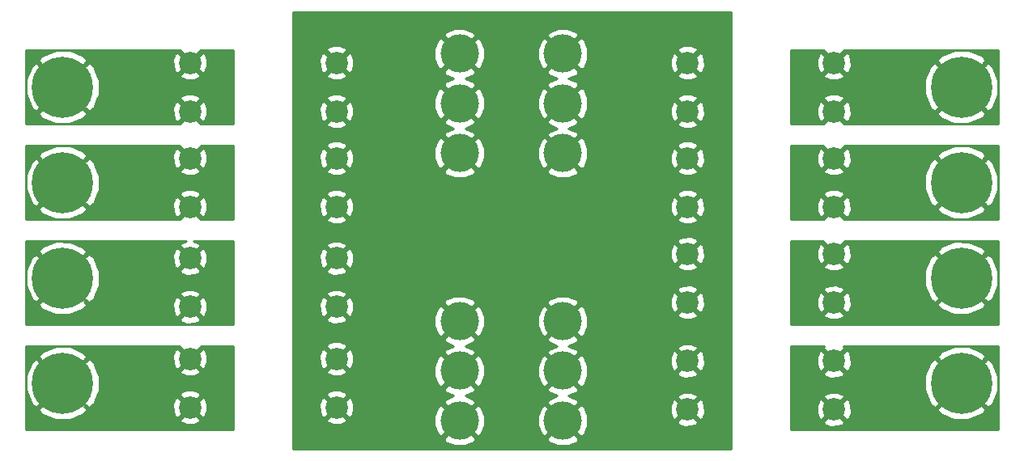
<source format=gbr>
G04 #@! TF.FileFunction,Copper,L1,Top,Signal*
%FSLAX46Y46*%
G04 Gerber Fmt 4.6, Leading zero omitted, Abs format (unit mm)*
G04 Created by KiCad (PCBNEW 4.0.6-e0-6349~53~ubuntu16.04.1) date Sun Aug 13 20:05:00 2017*
%MOMM*%
%LPD*%
G01*
G04 APERTURE LIST*
%ADD10C,0.100000*%
%ADD11C,2.349500*%
%ADD12C,6.400000*%
%ADD13C,0.600000*%
%ADD14C,4.000000*%
%ADD15C,0.254000*%
G04 APERTURE END LIST*
D10*
D11*
X84660640Y-122460000D03*
X84660640Y-127540000D03*
X69339360Y-122460000D03*
X69339360Y-127540000D03*
X84660640Y-132460000D03*
X84660640Y-137540000D03*
X69339360Y-132460000D03*
X69339360Y-137540000D03*
X84660640Y-142920000D03*
X84660640Y-148000000D03*
X69339360Y-142920000D03*
X69339360Y-148000000D03*
X84660640Y-153460000D03*
X84660640Y-158540000D03*
X69339360Y-153460000D03*
X69339360Y-158540000D03*
X121339360Y-158737300D03*
X121339360Y-153657300D03*
X136660640Y-158737300D03*
X136660640Y-153657300D03*
X121339360Y-147540000D03*
X121339360Y-142460000D03*
X136660640Y-147540000D03*
X136660640Y-142460000D03*
X121339360Y-137540000D03*
X121339360Y-132460000D03*
X136660640Y-137540000D03*
X136660640Y-132460000D03*
X121339360Y-127540000D03*
X121339360Y-122460000D03*
X136660640Y-127540000D03*
X136660640Y-122460000D03*
D12*
X56000000Y-125000000D03*
D13*
X58400000Y-125000000D03*
X57697056Y-126697056D03*
X56000000Y-127400000D03*
X54302944Y-126697056D03*
X53600000Y-125000000D03*
X54302944Y-123302944D03*
X56000000Y-122600000D03*
X57697056Y-123302944D03*
D12*
X56000000Y-135000000D03*
D13*
X58400000Y-135000000D03*
X57697056Y-136697056D03*
X56000000Y-137400000D03*
X54302944Y-136697056D03*
X53600000Y-135000000D03*
X54302944Y-133302944D03*
X56000000Y-132600000D03*
X57697056Y-133302944D03*
D12*
X56000000Y-145000000D03*
D13*
X58400000Y-145000000D03*
X57697056Y-146697056D03*
X56000000Y-147400000D03*
X54302944Y-146697056D03*
X53600000Y-145000000D03*
X54302944Y-143302944D03*
X56000000Y-142600000D03*
X57697056Y-143302944D03*
D12*
X56000000Y-156000000D03*
D13*
X58400000Y-156000000D03*
X57697056Y-157697056D03*
X56000000Y-158400000D03*
X54302944Y-157697056D03*
X53600000Y-156000000D03*
X54302944Y-154302944D03*
X56000000Y-153600000D03*
X57697056Y-154302944D03*
D12*
X150000000Y-156000000D03*
D13*
X152400000Y-156000000D03*
X151697056Y-157697056D03*
X150000000Y-158400000D03*
X148302944Y-157697056D03*
X147600000Y-156000000D03*
X148302944Y-154302944D03*
X150000000Y-153600000D03*
X151697056Y-154302944D03*
D12*
X150000000Y-145000000D03*
D13*
X152400000Y-145000000D03*
X151697056Y-146697056D03*
X150000000Y-147400000D03*
X148302944Y-146697056D03*
X147600000Y-145000000D03*
X148302944Y-143302944D03*
X150000000Y-142600000D03*
X151697056Y-143302944D03*
D12*
X150000000Y-135000000D03*
D13*
X152400000Y-135000000D03*
X151697056Y-136697056D03*
X150000000Y-137400000D03*
X148302944Y-136697056D03*
X147600000Y-135000000D03*
X148302944Y-133302944D03*
X150000000Y-132600000D03*
X151697056Y-133302944D03*
D12*
X150000000Y-125000000D03*
D13*
X152400000Y-125000000D03*
X151697056Y-126697056D03*
X150000000Y-127400000D03*
X148302944Y-126697056D03*
X147600000Y-125000000D03*
X148302944Y-123302944D03*
X150000000Y-122600000D03*
X151697056Y-123302944D03*
D14*
X97500000Y-149500000D03*
X108300000Y-149500000D03*
X97500000Y-154710000D03*
X108300000Y-154710000D03*
X97500000Y-159920000D03*
X108300000Y-159920000D03*
X97500000Y-121500000D03*
X108300000Y-121500000D03*
X97500000Y-126710000D03*
X108300000Y-126710000D03*
X97500000Y-131920000D03*
X108300000Y-131920000D03*
D15*
G36*
X125873000Y-162873000D02*
X80127000Y-162873000D01*
X80127000Y-161795022D01*
X95804584Y-161795022D01*
X96025353Y-162165743D01*
X96997012Y-162559119D01*
X98045247Y-162550713D01*
X98974647Y-162165743D01*
X99195416Y-161795022D01*
X106604584Y-161795022D01*
X106825353Y-162165743D01*
X107797012Y-162559119D01*
X108845247Y-162550713D01*
X109774647Y-162165743D01*
X109995416Y-161795022D01*
X108300000Y-160099605D01*
X106604584Y-161795022D01*
X99195416Y-161795022D01*
X97500000Y-160099605D01*
X95804584Y-161795022D01*
X80127000Y-161795022D01*
X80127000Y-159818920D01*
X83561325Y-159818920D01*
X83681373Y-160103911D01*
X84354398Y-160359614D01*
X85074046Y-160338298D01*
X85639907Y-160103911D01*
X85759955Y-159818920D01*
X84660640Y-158719605D01*
X83561325Y-159818920D01*
X80127000Y-159818920D01*
X80127000Y-158233758D01*
X82841026Y-158233758D01*
X82862342Y-158953406D01*
X83096729Y-159519267D01*
X83381720Y-159639315D01*
X84481035Y-158540000D01*
X84840245Y-158540000D01*
X85939560Y-159639315D01*
X86224551Y-159519267D01*
X86263400Y-159417012D01*
X94860881Y-159417012D01*
X94869287Y-160465247D01*
X95254257Y-161394647D01*
X95624978Y-161615416D01*
X97320395Y-159920000D01*
X97679605Y-159920000D01*
X99375022Y-161615416D01*
X99745743Y-161394647D01*
X100139119Y-160422988D01*
X100131052Y-159417012D01*
X105660881Y-159417012D01*
X105669287Y-160465247D01*
X106054257Y-161394647D01*
X106424978Y-161615416D01*
X108120395Y-159920000D01*
X108479605Y-159920000D01*
X110175022Y-161615416D01*
X110545743Y-161394647D01*
X110939119Y-160422988D01*
X110935858Y-160016220D01*
X120240045Y-160016220D01*
X120360093Y-160301211D01*
X121033118Y-160556914D01*
X121752766Y-160535598D01*
X122318627Y-160301211D01*
X122438675Y-160016220D01*
X121339360Y-158916905D01*
X120240045Y-160016220D01*
X110935858Y-160016220D01*
X110930713Y-159374753D01*
X110545743Y-158445353D01*
X110521739Y-158431058D01*
X119519746Y-158431058D01*
X119541062Y-159150706D01*
X119775449Y-159716567D01*
X120060440Y-159836615D01*
X121159755Y-158737300D01*
X121518965Y-158737300D01*
X122618280Y-159836615D01*
X122903271Y-159716567D01*
X123158974Y-159043542D01*
X123137658Y-158323894D01*
X122903271Y-157758033D01*
X122618280Y-157637985D01*
X121518965Y-158737300D01*
X121159755Y-158737300D01*
X120060440Y-157637985D01*
X119775449Y-157758033D01*
X119519746Y-158431058D01*
X110521739Y-158431058D01*
X110175022Y-158224584D01*
X108479605Y-159920000D01*
X108120395Y-159920000D01*
X106424978Y-158224584D01*
X106054257Y-158445353D01*
X105660881Y-159417012D01*
X100131052Y-159417012D01*
X100130713Y-159374753D01*
X99745743Y-158445353D01*
X99375022Y-158224584D01*
X97679605Y-159920000D01*
X97320395Y-159920000D01*
X95624978Y-158224584D01*
X95254257Y-158445353D01*
X94860881Y-159417012D01*
X86263400Y-159417012D01*
X86480254Y-158846242D01*
X86458938Y-158126594D01*
X86224551Y-157560733D01*
X85939560Y-157440685D01*
X84840245Y-158540000D01*
X84481035Y-158540000D01*
X83381720Y-157440685D01*
X83096729Y-157560733D01*
X82841026Y-158233758D01*
X80127000Y-158233758D01*
X80127000Y-157261080D01*
X83561325Y-157261080D01*
X84660640Y-158360395D01*
X85759955Y-157261080D01*
X85639907Y-156976089D01*
X84966882Y-156720386D01*
X84247234Y-156741702D01*
X83681373Y-156976089D01*
X83561325Y-157261080D01*
X80127000Y-157261080D01*
X80127000Y-156585022D01*
X95804584Y-156585022D01*
X96025353Y-156955743D01*
X96902592Y-157310893D01*
X96025353Y-157674257D01*
X95804584Y-158044978D01*
X97500000Y-159740395D01*
X99195416Y-158044978D01*
X98974647Y-157674257D01*
X98097408Y-157319107D01*
X98974647Y-156955743D01*
X99195416Y-156585022D01*
X106604584Y-156585022D01*
X106825353Y-156955743D01*
X107702592Y-157310893D01*
X106825353Y-157674257D01*
X106604584Y-158044978D01*
X108300000Y-159740395D01*
X109995416Y-158044978D01*
X109774647Y-157674257D01*
X109241420Y-157458380D01*
X120240045Y-157458380D01*
X121339360Y-158557695D01*
X122438675Y-157458380D01*
X122318627Y-157173389D01*
X121645602Y-156917686D01*
X120925954Y-156939002D01*
X120360093Y-157173389D01*
X120240045Y-157458380D01*
X109241420Y-157458380D01*
X108897408Y-157319107D01*
X109774647Y-156955743D01*
X109995416Y-156585022D01*
X108300000Y-154889605D01*
X106604584Y-156585022D01*
X99195416Y-156585022D01*
X97500000Y-154889605D01*
X95804584Y-156585022D01*
X80127000Y-156585022D01*
X80127000Y-154738920D01*
X83561325Y-154738920D01*
X83681373Y-155023911D01*
X84354398Y-155279614D01*
X85074046Y-155258298D01*
X85639907Y-155023911D01*
X85759955Y-154738920D01*
X84660640Y-153639605D01*
X83561325Y-154738920D01*
X80127000Y-154738920D01*
X80127000Y-153153758D01*
X82841026Y-153153758D01*
X82862342Y-153873406D01*
X83096729Y-154439267D01*
X83381720Y-154559315D01*
X84481035Y-153460000D01*
X84840245Y-153460000D01*
X85939560Y-154559315D01*
X86224551Y-154439267D01*
X86312791Y-154207012D01*
X94860881Y-154207012D01*
X94869287Y-155255247D01*
X95254257Y-156184647D01*
X95624978Y-156405416D01*
X97320395Y-154710000D01*
X97679605Y-154710000D01*
X99375022Y-156405416D01*
X99745743Y-156184647D01*
X100139119Y-155212988D01*
X100131052Y-154207012D01*
X105660881Y-154207012D01*
X105669287Y-155255247D01*
X106054257Y-156184647D01*
X106424978Y-156405416D01*
X108120395Y-154710000D01*
X108479605Y-154710000D01*
X110175022Y-156405416D01*
X110545743Y-156184647D01*
X110939119Y-155212988D01*
X110936900Y-154936220D01*
X120240045Y-154936220D01*
X120360093Y-155221211D01*
X121033118Y-155476914D01*
X121752766Y-155455598D01*
X122318627Y-155221211D01*
X122438675Y-154936220D01*
X121339360Y-153836905D01*
X120240045Y-154936220D01*
X110936900Y-154936220D01*
X110930713Y-154164753D01*
X110593670Y-153351058D01*
X119519746Y-153351058D01*
X119541062Y-154070706D01*
X119775449Y-154636567D01*
X120060440Y-154756615D01*
X121159755Y-153657300D01*
X121518965Y-153657300D01*
X122618280Y-154756615D01*
X122903271Y-154636567D01*
X123158974Y-153963542D01*
X123137658Y-153243894D01*
X122903271Y-152678033D01*
X122618280Y-152557985D01*
X121518965Y-153657300D01*
X121159755Y-153657300D01*
X120060440Y-152557985D01*
X119775449Y-152678033D01*
X119519746Y-153351058D01*
X110593670Y-153351058D01*
X110545743Y-153235353D01*
X110175022Y-153014584D01*
X108479605Y-154710000D01*
X108120395Y-154710000D01*
X106424978Y-153014584D01*
X106054257Y-153235353D01*
X105660881Y-154207012D01*
X100131052Y-154207012D01*
X100130713Y-154164753D01*
X99745743Y-153235353D01*
X99375022Y-153014584D01*
X97679605Y-154710000D01*
X97320395Y-154710000D01*
X95624978Y-153014584D01*
X95254257Y-153235353D01*
X94860881Y-154207012D01*
X86312791Y-154207012D01*
X86480254Y-153766242D01*
X86458938Y-153046594D01*
X86224551Y-152480733D01*
X85939560Y-152360685D01*
X84840245Y-153460000D01*
X84481035Y-153460000D01*
X83381720Y-152360685D01*
X83096729Y-152480733D01*
X82841026Y-153153758D01*
X80127000Y-153153758D01*
X80127000Y-152181080D01*
X83561325Y-152181080D01*
X84660640Y-153280395D01*
X85759955Y-152181080D01*
X85639907Y-151896089D01*
X84966882Y-151640386D01*
X84247234Y-151661702D01*
X83681373Y-151896089D01*
X83561325Y-152181080D01*
X80127000Y-152181080D01*
X80127000Y-151375022D01*
X95804584Y-151375022D01*
X96025353Y-151745743D01*
X96902592Y-152100893D01*
X96025353Y-152464257D01*
X95804584Y-152834978D01*
X97500000Y-154530395D01*
X99195416Y-152834978D01*
X98974647Y-152464257D01*
X98097408Y-152109107D01*
X98974647Y-151745743D01*
X99195416Y-151375022D01*
X106604584Y-151375022D01*
X106825353Y-151745743D01*
X107702592Y-152100893D01*
X106825353Y-152464257D01*
X106604584Y-152834978D01*
X108300000Y-154530395D01*
X109995416Y-152834978D01*
X109774647Y-152464257D01*
X109562527Y-152378380D01*
X120240045Y-152378380D01*
X121339360Y-153477695D01*
X122438675Y-152378380D01*
X122318627Y-152093389D01*
X121645602Y-151837686D01*
X120925954Y-151859002D01*
X120360093Y-152093389D01*
X120240045Y-152378380D01*
X109562527Y-152378380D01*
X108897408Y-152109107D01*
X109774647Y-151745743D01*
X109995416Y-151375022D01*
X108300000Y-149679605D01*
X106604584Y-151375022D01*
X99195416Y-151375022D01*
X97500000Y-149679605D01*
X95804584Y-151375022D01*
X80127000Y-151375022D01*
X80127000Y-149278920D01*
X83561325Y-149278920D01*
X83681373Y-149563911D01*
X84354398Y-149819614D01*
X85074046Y-149798298D01*
X85639907Y-149563911D01*
X85759955Y-149278920D01*
X84660640Y-148179605D01*
X83561325Y-149278920D01*
X80127000Y-149278920D01*
X80127000Y-147693758D01*
X82841026Y-147693758D01*
X82862342Y-148413406D01*
X83096729Y-148979267D01*
X83381720Y-149099315D01*
X84481035Y-148000000D01*
X84840245Y-148000000D01*
X85939560Y-149099315D01*
X86182424Y-148997012D01*
X94860881Y-148997012D01*
X94869287Y-150045247D01*
X95254257Y-150974647D01*
X95624978Y-151195416D01*
X97320395Y-149500000D01*
X97679605Y-149500000D01*
X99375022Y-151195416D01*
X99745743Y-150974647D01*
X100139119Y-150002988D01*
X100131052Y-148997012D01*
X105660881Y-148997012D01*
X105669287Y-150045247D01*
X106054257Y-150974647D01*
X106424978Y-151195416D01*
X108120395Y-149500000D01*
X108479605Y-149500000D01*
X110175022Y-151195416D01*
X110545743Y-150974647D01*
X110939119Y-150002988D01*
X110930713Y-148954753D01*
X110874450Y-148818920D01*
X120240045Y-148818920D01*
X120360093Y-149103911D01*
X121033118Y-149359614D01*
X121752766Y-149338298D01*
X122318627Y-149103911D01*
X122438675Y-148818920D01*
X121339360Y-147719605D01*
X120240045Y-148818920D01*
X110874450Y-148818920D01*
X110545743Y-148025353D01*
X110175022Y-147804584D01*
X108479605Y-149500000D01*
X108120395Y-149500000D01*
X106424978Y-147804584D01*
X106054257Y-148025353D01*
X105660881Y-148997012D01*
X100131052Y-148997012D01*
X100130713Y-148954753D01*
X99745743Y-148025353D01*
X99375022Y-147804584D01*
X97679605Y-149500000D01*
X97320395Y-149500000D01*
X95624978Y-147804584D01*
X95254257Y-148025353D01*
X94860881Y-148997012D01*
X86182424Y-148997012D01*
X86224551Y-148979267D01*
X86480254Y-148306242D01*
X86460075Y-147624978D01*
X95804584Y-147624978D01*
X97500000Y-149320395D01*
X99195416Y-147624978D01*
X106604584Y-147624978D01*
X108300000Y-149320395D01*
X109995416Y-147624978D01*
X109774647Y-147254257D01*
X109724014Y-147233758D01*
X119519746Y-147233758D01*
X119541062Y-147953406D01*
X119775449Y-148519267D01*
X120060440Y-148639315D01*
X121159755Y-147540000D01*
X121518965Y-147540000D01*
X122618280Y-148639315D01*
X122903271Y-148519267D01*
X123158974Y-147846242D01*
X123137658Y-147126594D01*
X122903271Y-146560733D01*
X122618280Y-146440685D01*
X121518965Y-147540000D01*
X121159755Y-147540000D01*
X120060440Y-146440685D01*
X119775449Y-146560733D01*
X119519746Y-147233758D01*
X109724014Y-147233758D01*
X108802988Y-146860881D01*
X107754753Y-146869287D01*
X106825353Y-147254257D01*
X106604584Y-147624978D01*
X99195416Y-147624978D01*
X98974647Y-147254257D01*
X98002988Y-146860881D01*
X96954753Y-146869287D01*
X96025353Y-147254257D01*
X95804584Y-147624978D01*
X86460075Y-147624978D01*
X86458938Y-147586594D01*
X86224551Y-147020733D01*
X85939560Y-146900685D01*
X84840245Y-148000000D01*
X84481035Y-148000000D01*
X83381720Y-146900685D01*
X83096729Y-147020733D01*
X82841026Y-147693758D01*
X80127000Y-147693758D01*
X80127000Y-146721080D01*
X83561325Y-146721080D01*
X84660640Y-147820395D01*
X85759955Y-146721080D01*
X85639907Y-146436089D01*
X85179274Y-146261080D01*
X120240045Y-146261080D01*
X121339360Y-147360395D01*
X122438675Y-146261080D01*
X122318627Y-145976089D01*
X121645602Y-145720386D01*
X120925954Y-145741702D01*
X120360093Y-145976089D01*
X120240045Y-146261080D01*
X85179274Y-146261080D01*
X84966882Y-146180386D01*
X84247234Y-146201702D01*
X83681373Y-146436089D01*
X83561325Y-146721080D01*
X80127000Y-146721080D01*
X80127000Y-144198920D01*
X83561325Y-144198920D01*
X83681373Y-144483911D01*
X84354398Y-144739614D01*
X85074046Y-144718298D01*
X85639907Y-144483911D01*
X85759955Y-144198920D01*
X84660640Y-143099605D01*
X83561325Y-144198920D01*
X80127000Y-144198920D01*
X80127000Y-142613758D01*
X82841026Y-142613758D01*
X82862342Y-143333406D01*
X83096729Y-143899267D01*
X83381720Y-144019315D01*
X84481035Y-142920000D01*
X84840245Y-142920000D01*
X85939560Y-144019315D01*
X86224551Y-143899267D01*
X86285471Y-143738920D01*
X120240045Y-143738920D01*
X120360093Y-144023911D01*
X121033118Y-144279614D01*
X121752766Y-144258298D01*
X122318627Y-144023911D01*
X122438675Y-143738920D01*
X121339360Y-142639605D01*
X120240045Y-143738920D01*
X86285471Y-143738920D01*
X86480254Y-143226242D01*
X86458938Y-142506594D01*
X86312789Y-142153758D01*
X119519746Y-142153758D01*
X119541062Y-142873406D01*
X119775449Y-143439267D01*
X120060440Y-143559315D01*
X121159755Y-142460000D01*
X121518965Y-142460000D01*
X122618280Y-143559315D01*
X122903271Y-143439267D01*
X123158974Y-142766242D01*
X123137658Y-142046594D01*
X122903271Y-141480733D01*
X122618280Y-141360685D01*
X121518965Y-142460000D01*
X121159755Y-142460000D01*
X120060440Y-141360685D01*
X119775449Y-141480733D01*
X119519746Y-142153758D01*
X86312789Y-142153758D01*
X86224551Y-141940733D01*
X85939560Y-141820685D01*
X84840245Y-142920000D01*
X84481035Y-142920000D01*
X83381720Y-141820685D01*
X83096729Y-141940733D01*
X82841026Y-142613758D01*
X80127000Y-142613758D01*
X80127000Y-141641080D01*
X83561325Y-141641080D01*
X84660640Y-142740395D01*
X85759955Y-141641080D01*
X85639907Y-141356089D01*
X85179274Y-141181080D01*
X120240045Y-141181080D01*
X121339360Y-142280395D01*
X122438675Y-141181080D01*
X122318627Y-140896089D01*
X121645602Y-140640386D01*
X120925954Y-140661702D01*
X120360093Y-140896089D01*
X120240045Y-141181080D01*
X85179274Y-141181080D01*
X84966882Y-141100386D01*
X84247234Y-141121702D01*
X83681373Y-141356089D01*
X83561325Y-141641080D01*
X80127000Y-141641080D01*
X80127000Y-138818920D01*
X83561325Y-138818920D01*
X83681373Y-139103911D01*
X84354398Y-139359614D01*
X85074046Y-139338298D01*
X85639907Y-139103911D01*
X85759955Y-138818920D01*
X120240045Y-138818920D01*
X120360093Y-139103911D01*
X121033118Y-139359614D01*
X121752766Y-139338298D01*
X122318627Y-139103911D01*
X122438675Y-138818920D01*
X121339360Y-137719605D01*
X120240045Y-138818920D01*
X85759955Y-138818920D01*
X84660640Y-137719605D01*
X83561325Y-138818920D01*
X80127000Y-138818920D01*
X80127000Y-137233758D01*
X82841026Y-137233758D01*
X82862342Y-137953406D01*
X83096729Y-138519267D01*
X83381720Y-138639315D01*
X84481035Y-137540000D01*
X84840245Y-137540000D01*
X85939560Y-138639315D01*
X86224551Y-138519267D01*
X86480254Y-137846242D01*
X86462113Y-137233758D01*
X119519746Y-137233758D01*
X119541062Y-137953406D01*
X119775449Y-138519267D01*
X120060440Y-138639315D01*
X121159755Y-137540000D01*
X121518965Y-137540000D01*
X122618280Y-138639315D01*
X122903271Y-138519267D01*
X123158974Y-137846242D01*
X123137658Y-137126594D01*
X122903271Y-136560733D01*
X122618280Y-136440685D01*
X121518965Y-137540000D01*
X121159755Y-137540000D01*
X120060440Y-136440685D01*
X119775449Y-136560733D01*
X119519746Y-137233758D01*
X86462113Y-137233758D01*
X86458938Y-137126594D01*
X86224551Y-136560733D01*
X85939560Y-136440685D01*
X84840245Y-137540000D01*
X84481035Y-137540000D01*
X83381720Y-136440685D01*
X83096729Y-136560733D01*
X82841026Y-137233758D01*
X80127000Y-137233758D01*
X80127000Y-136261080D01*
X83561325Y-136261080D01*
X84660640Y-137360395D01*
X85759955Y-136261080D01*
X120240045Y-136261080D01*
X121339360Y-137360395D01*
X122438675Y-136261080D01*
X122318627Y-135976089D01*
X121645602Y-135720386D01*
X120925954Y-135741702D01*
X120360093Y-135976089D01*
X120240045Y-136261080D01*
X85759955Y-136261080D01*
X85639907Y-135976089D01*
X84966882Y-135720386D01*
X84247234Y-135741702D01*
X83681373Y-135976089D01*
X83561325Y-136261080D01*
X80127000Y-136261080D01*
X80127000Y-133738920D01*
X83561325Y-133738920D01*
X83681373Y-134023911D01*
X84354398Y-134279614D01*
X85074046Y-134258298D01*
X85639907Y-134023911D01*
X85736322Y-133795022D01*
X95804584Y-133795022D01*
X96025353Y-134165743D01*
X96997012Y-134559119D01*
X98045247Y-134550713D01*
X98974647Y-134165743D01*
X99195416Y-133795022D01*
X106604584Y-133795022D01*
X106825353Y-134165743D01*
X107797012Y-134559119D01*
X108845247Y-134550713D01*
X109774647Y-134165743D01*
X109995416Y-133795022D01*
X109939315Y-133738920D01*
X120240045Y-133738920D01*
X120360093Y-134023911D01*
X121033118Y-134279614D01*
X121752766Y-134258298D01*
X122318627Y-134023911D01*
X122438675Y-133738920D01*
X121339360Y-132639605D01*
X120240045Y-133738920D01*
X109939315Y-133738920D01*
X108300000Y-132099605D01*
X106604584Y-133795022D01*
X99195416Y-133795022D01*
X97500000Y-132099605D01*
X95804584Y-133795022D01*
X85736322Y-133795022D01*
X85759955Y-133738920D01*
X84660640Y-132639605D01*
X83561325Y-133738920D01*
X80127000Y-133738920D01*
X80127000Y-132153758D01*
X82841026Y-132153758D01*
X82862342Y-132873406D01*
X83096729Y-133439267D01*
X83381720Y-133559315D01*
X84481035Y-132460000D01*
X84840245Y-132460000D01*
X85939560Y-133559315D01*
X86224551Y-133439267D01*
X86480254Y-132766242D01*
X86458938Y-132046594D01*
X86224551Y-131480733D01*
X86073279Y-131417012D01*
X94860881Y-131417012D01*
X94869287Y-132465247D01*
X95254257Y-133394647D01*
X95624978Y-133615416D01*
X97320395Y-131920000D01*
X97679605Y-131920000D01*
X99375022Y-133615416D01*
X99745743Y-133394647D01*
X100139119Y-132422988D01*
X100131052Y-131417012D01*
X105660881Y-131417012D01*
X105669287Y-132465247D01*
X106054257Y-133394647D01*
X106424978Y-133615416D01*
X108120395Y-131920000D01*
X108479605Y-131920000D01*
X110175022Y-133615416D01*
X110545743Y-133394647D01*
X110939119Y-132422988D01*
X110936960Y-132153758D01*
X119519746Y-132153758D01*
X119541062Y-132873406D01*
X119775449Y-133439267D01*
X120060440Y-133559315D01*
X121159755Y-132460000D01*
X121518965Y-132460000D01*
X122618280Y-133559315D01*
X122903271Y-133439267D01*
X123158974Y-132766242D01*
X123137658Y-132046594D01*
X122903271Y-131480733D01*
X122618280Y-131360685D01*
X121518965Y-132460000D01*
X121159755Y-132460000D01*
X120060440Y-131360685D01*
X119775449Y-131480733D01*
X119519746Y-132153758D01*
X110936960Y-132153758D01*
X110930713Y-131374753D01*
X110850492Y-131181080D01*
X120240045Y-131181080D01*
X121339360Y-132280395D01*
X122438675Y-131181080D01*
X122318627Y-130896089D01*
X121645602Y-130640386D01*
X120925954Y-130661702D01*
X120360093Y-130896089D01*
X120240045Y-131181080D01*
X110850492Y-131181080D01*
X110545743Y-130445353D01*
X110175022Y-130224584D01*
X108479605Y-131920000D01*
X108120395Y-131920000D01*
X106424978Y-130224584D01*
X106054257Y-130445353D01*
X105660881Y-131417012D01*
X100131052Y-131417012D01*
X100130713Y-131374753D01*
X99745743Y-130445353D01*
X99375022Y-130224584D01*
X97679605Y-131920000D01*
X97320395Y-131920000D01*
X95624978Y-130224584D01*
X95254257Y-130445353D01*
X94860881Y-131417012D01*
X86073279Y-131417012D01*
X85939560Y-131360685D01*
X84840245Y-132460000D01*
X84481035Y-132460000D01*
X83381720Y-131360685D01*
X83096729Y-131480733D01*
X82841026Y-132153758D01*
X80127000Y-132153758D01*
X80127000Y-131181080D01*
X83561325Y-131181080D01*
X84660640Y-132280395D01*
X85759955Y-131181080D01*
X85639907Y-130896089D01*
X84966882Y-130640386D01*
X84247234Y-130661702D01*
X83681373Y-130896089D01*
X83561325Y-131181080D01*
X80127000Y-131181080D01*
X80127000Y-128818920D01*
X83561325Y-128818920D01*
X83681373Y-129103911D01*
X84354398Y-129359614D01*
X85074046Y-129338298D01*
X85639907Y-129103911D01*
X85759955Y-128818920D01*
X84660640Y-127719605D01*
X83561325Y-128818920D01*
X80127000Y-128818920D01*
X80127000Y-127233758D01*
X82841026Y-127233758D01*
X82862342Y-127953406D01*
X83096729Y-128519267D01*
X83381720Y-128639315D01*
X84481035Y-127540000D01*
X84840245Y-127540000D01*
X85939560Y-128639315D01*
X86068450Y-128585022D01*
X95804584Y-128585022D01*
X96025353Y-128955743D01*
X96902592Y-129310893D01*
X96025353Y-129674257D01*
X95804584Y-130044978D01*
X97500000Y-131740395D01*
X99195416Y-130044978D01*
X98974647Y-129674257D01*
X98097408Y-129319107D01*
X98974647Y-128955743D01*
X99195416Y-128585022D01*
X106604584Y-128585022D01*
X106825353Y-128955743D01*
X107702592Y-129310893D01*
X106825353Y-129674257D01*
X106604584Y-130044978D01*
X108300000Y-131740395D01*
X109995416Y-130044978D01*
X109774647Y-129674257D01*
X108897408Y-129319107D01*
X109774647Y-128955743D01*
X109856126Y-128818920D01*
X120240045Y-128818920D01*
X120360093Y-129103911D01*
X121033118Y-129359614D01*
X121752766Y-129338298D01*
X122318627Y-129103911D01*
X122438675Y-128818920D01*
X121339360Y-127719605D01*
X120240045Y-128818920D01*
X109856126Y-128818920D01*
X109995416Y-128585022D01*
X108300000Y-126889605D01*
X106604584Y-128585022D01*
X99195416Y-128585022D01*
X97500000Y-126889605D01*
X95804584Y-128585022D01*
X86068450Y-128585022D01*
X86224551Y-128519267D01*
X86480254Y-127846242D01*
X86458938Y-127126594D01*
X86224551Y-126560733D01*
X85939560Y-126440685D01*
X84840245Y-127540000D01*
X84481035Y-127540000D01*
X83381720Y-126440685D01*
X83096729Y-126560733D01*
X82841026Y-127233758D01*
X80127000Y-127233758D01*
X80127000Y-126261080D01*
X83561325Y-126261080D01*
X84660640Y-127360395D01*
X85759955Y-126261080D01*
X85737180Y-126207012D01*
X94860881Y-126207012D01*
X94869287Y-127255247D01*
X95254257Y-128184647D01*
X95624978Y-128405416D01*
X97320395Y-126710000D01*
X97679605Y-126710000D01*
X99375022Y-128405416D01*
X99745743Y-128184647D01*
X100139119Y-127212988D01*
X100131052Y-126207012D01*
X105660881Y-126207012D01*
X105669287Y-127255247D01*
X106054257Y-128184647D01*
X106424978Y-128405416D01*
X108120395Y-126710000D01*
X108479605Y-126710000D01*
X110175022Y-128405416D01*
X110545743Y-128184647D01*
X110930710Y-127233758D01*
X119519746Y-127233758D01*
X119541062Y-127953406D01*
X119775449Y-128519267D01*
X120060440Y-128639315D01*
X121159755Y-127540000D01*
X121518965Y-127540000D01*
X122618280Y-128639315D01*
X122903271Y-128519267D01*
X123158974Y-127846242D01*
X123137658Y-127126594D01*
X122903271Y-126560733D01*
X122618280Y-126440685D01*
X121518965Y-127540000D01*
X121159755Y-127540000D01*
X120060440Y-126440685D01*
X119775449Y-126560733D01*
X119519746Y-127233758D01*
X110930710Y-127233758D01*
X110939119Y-127212988D01*
X110931486Y-126261080D01*
X120240045Y-126261080D01*
X121339360Y-127360395D01*
X122438675Y-126261080D01*
X122318627Y-125976089D01*
X121645602Y-125720386D01*
X120925954Y-125741702D01*
X120360093Y-125976089D01*
X120240045Y-126261080D01*
X110931486Y-126261080D01*
X110930713Y-126164753D01*
X110545743Y-125235353D01*
X110175022Y-125014584D01*
X108479605Y-126710000D01*
X108120395Y-126710000D01*
X106424978Y-125014584D01*
X106054257Y-125235353D01*
X105660881Y-126207012D01*
X100131052Y-126207012D01*
X100130713Y-126164753D01*
X99745743Y-125235353D01*
X99375022Y-125014584D01*
X97679605Y-126710000D01*
X97320395Y-126710000D01*
X95624978Y-125014584D01*
X95254257Y-125235353D01*
X94860881Y-126207012D01*
X85737180Y-126207012D01*
X85639907Y-125976089D01*
X84966882Y-125720386D01*
X84247234Y-125741702D01*
X83681373Y-125976089D01*
X83561325Y-126261080D01*
X80127000Y-126261080D01*
X80127000Y-123738920D01*
X83561325Y-123738920D01*
X83681373Y-124023911D01*
X84354398Y-124279614D01*
X85074046Y-124258298D01*
X85639907Y-124023911D01*
X85759955Y-123738920D01*
X84660640Y-122639605D01*
X83561325Y-123738920D01*
X80127000Y-123738920D01*
X80127000Y-122153758D01*
X82841026Y-122153758D01*
X82862342Y-122873406D01*
X83096729Y-123439267D01*
X83381720Y-123559315D01*
X84481035Y-122460000D01*
X84840245Y-122460000D01*
X85939560Y-123559315D01*
X86224551Y-123439267D01*
X86248959Y-123375022D01*
X95804584Y-123375022D01*
X96025353Y-123745743D01*
X96902592Y-124100893D01*
X96025353Y-124464257D01*
X95804584Y-124834978D01*
X97500000Y-126530395D01*
X99195416Y-124834978D01*
X98974647Y-124464257D01*
X98097408Y-124109107D01*
X98974647Y-123745743D01*
X99195416Y-123375022D01*
X106604584Y-123375022D01*
X106825353Y-123745743D01*
X107702592Y-124100893D01*
X106825353Y-124464257D01*
X106604584Y-124834978D01*
X108300000Y-126530395D01*
X109995416Y-124834978D01*
X109774647Y-124464257D01*
X108897408Y-124109107D01*
X109774647Y-123745743D01*
X109778710Y-123738920D01*
X120240045Y-123738920D01*
X120360093Y-124023911D01*
X121033118Y-124279614D01*
X121752766Y-124258298D01*
X122318627Y-124023911D01*
X122438675Y-123738920D01*
X121339360Y-122639605D01*
X120240045Y-123738920D01*
X109778710Y-123738920D01*
X109995416Y-123375022D01*
X108300000Y-121679605D01*
X106604584Y-123375022D01*
X99195416Y-123375022D01*
X97500000Y-121679605D01*
X95804584Y-123375022D01*
X86248959Y-123375022D01*
X86480254Y-122766242D01*
X86458938Y-122046594D01*
X86224551Y-121480733D01*
X85939560Y-121360685D01*
X84840245Y-122460000D01*
X84481035Y-122460000D01*
X83381720Y-121360685D01*
X83096729Y-121480733D01*
X82841026Y-122153758D01*
X80127000Y-122153758D01*
X80127000Y-121181080D01*
X83561325Y-121181080D01*
X84660640Y-122280395D01*
X85759955Y-121181080D01*
X85682420Y-120997012D01*
X94860881Y-120997012D01*
X94869287Y-122045247D01*
X95254257Y-122974647D01*
X95624978Y-123195416D01*
X97320395Y-121500000D01*
X97679605Y-121500000D01*
X99375022Y-123195416D01*
X99745743Y-122974647D01*
X100139119Y-122002988D01*
X100131052Y-120997012D01*
X105660881Y-120997012D01*
X105669287Y-122045247D01*
X106054257Y-122974647D01*
X106424978Y-123195416D01*
X108120395Y-121500000D01*
X108479605Y-121500000D01*
X110175022Y-123195416D01*
X110545743Y-122974647D01*
X110878079Y-122153758D01*
X119519746Y-122153758D01*
X119541062Y-122873406D01*
X119775449Y-123439267D01*
X120060440Y-123559315D01*
X121159755Y-122460000D01*
X121518965Y-122460000D01*
X122618280Y-123559315D01*
X122903271Y-123439267D01*
X123158974Y-122766242D01*
X123137658Y-122046594D01*
X122903271Y-121480733D01*
X122618280Y-121360685D01*
X121518965Y-122460000D01*
X121159755Y-122460000D01*
X120060440Y-121360685D01*
X119775449Y-121480733D01*
X119519746Y-122153758D01*
X110878079Y-122153758D01*
X110939119Y-122002988D01*
X110932528Y-121181080D01*
X120240045Y-121181080D01*
X121339360Y-122280395D01*
X122438675Y-121181080D01*
X122318627Y-120896089D01*
X121645602Y-120640386D01*
X120925954Y-120661702D01*
X120360093Y-120896089D01*
X120240045Y-121181080D01*
X110932528Y-121181080D01*
X110930713Y-120954753D01*
X110545743Y-120025353D01*
X110175022Y-119804584D01*
X108479605Y-121500000D01*
X108120395Y-121500000D01*
X106424978Y-119804584D01*
X106054257Y-120025353D01*
X105660881Y-120997012D01*
X100131052Y-120997012D01*
X100130713Y-120954753D01*
X99745743Y-120025353D01*
X99375022Y-119804584D01*
X97679605Y-121500000D01*
X97320395Y-121500000D01*
X95624978Y-119804584D01*
X95254257Y-120025353D01*
X94860881Y-120997012D01*
X85682420Y-120997012D01*
X85639907Y-120896089D01*
X84966882Y-120640386D01*
X84247234Y-120661702D01*
X83681373Y-120896089D01*
X83561325Y-121181080D01*
X80127000Y-121181080D01*
X80127000Y-119624978D01*
X95804584Y-119624978D01*
X97500000Y-121320395D01*
X99195416Y-119624978D01*
X106604584Y-119624978D01*
X108300000Y-121320395D01*
X109995416Y-119624978D01*
X109774647Y-119254257D01*
X108802988Y-118860881D01*
X107754753Y-118869287D01*
X106825353Y-119254257D01*
X106604584Y-119624978D01*
X99195416Y-119624978D01*
X98974647Y-119254257D01*
X98002988Y-118860881D01*
X96954753Y-118869287D01*
X96025353Y-119254257D01*
X95804584Y-119624978D01*
X80127000Y-119624978D01*
X80127000Y-117127000D01*
X125873000Y-117127000D01*
X125873000Y-162873000D01*
X125873000Y-162873000D01*
G37*
X125873000Y-162873000D02*
X80127000Y-162873000D01*
X80127000Y-161795022D01*
X95804584Y-161795022D01*
X96025353Y-162165743D01*
X96997012Y-162559119D01*
X98045247Y-162550713D01*
X98974647Y-162165743D01*
X99195416Y-161795022D01*
X106604584Y-161795022D01*
X106825353Y-162165743D01*
X107797012Y-162559119D01*
X108845247Y-162550713D01*
X109774647Y-162165743D01*
X109995416Y-161795022D01*
X108300000Y-160099605D01*
X106604584Y-161795022D01*
X99195416Y-161795022D01*
X97500000Y-160099605D01*
X95804584Y-161795022D01*
X80127000Y-161795022D01*
X80127000Y-159818920D01*
X83561325Y-159818920D01*
X83681373Y-160103911D01*
X84354398Y-160359614D01*
X85074046Y-160338298D01*
X85639907Y-160103911D01*
X85759955Y-159818920D01*
X84660640Y-158719605D01*
X83561325Y-159818920D01*
X80127000Y-159818920D01*
X80127000Y-158233758D01*
X82841026Y-158233758D01*
X82862342Y-158953406D01*
X83096729Y-159519267D01*
X83381720Y-159639315D01*
X84481035Y-158540000D01*
X84840245Y-158540000D01*
X85939560Y-159639315D01*
X86224551Y-159519267D01*
X86263400Y-159417012D01*
X94860881Y-159417012D01*
X94869287Y-160465247D01*
X95254257Y-161394647D01*
X95624978Y-161615416D01*
X97320395Y-159920000D01*
X97679605Y-159920000D01*
X99375022Y-161615416D01*
X99745743Y-161394647D01*
X100139119Y-160422988D01*
X100131052Y-159417012D01*
X105660881Y-159417012D01*
X105669287Y-160465247D01*
X106054257Y-161394647D01*
X106424978Y-161615416D01*
X108120395Y-159920000D01*
X108479605Y-159920000D01*
X110175022Y-161615416D01*
X110545743Y-161394647D01*
X110939119Y-160422988D01*
X110935858Y-160016220D01*
X120240045Y-160016220D01*
X120360093Y-160301211D01*
X121033118Y-160556914D01*
X121752766Y-160535598D01*
X122318627Y-160301211D01*
X122438675Y-160016220D01*
X121339360Y-158916905D01*
X120240045Y-160016220D01*
X110935858Y-160016220D01*
X110930713Y-159374753D01*
X110545743Y-158445353D01*
X110521739Y-158431058D01*
X119519746Y-158431058D01*
X119541062Y-159150706D01*
X119775449Y-159716567D01*
X120060440Y-159836615D01*
X121159755Y-158737300D01*
X121518965Y-158737300D01*
X122618280Y-159836615D01*
X122903271Y-159716567D01*
X123158974Y-159043542D01*
X123137658Y-158323894D01*
X122903271Y-157758033D01*
X122618280Y-157637985D01*
X121518965Y-158737300D01*
X121159755Y-158737300D01*
X120060440Y-157637985D01*
X119775449Y-157758033D01*
X119519746Y-158431058D01*
X110521739Y-158431058D01*
X110175022Y-158224584D01*
X108479605Y-159920000D01*
X108120395Y-159920000D01*
X106424978Y-158224584D01*
X106054257Y-158445353D01*
X105660881Y-159417012D01*
X100131052Y-159417012D01*
X100130713Y-159374753D01*
X99745743Y-158445353D01*
X99375022Y-158224584D01*
X97679605Y-159920000D01*
X97320395Y-159920000D01*
X95624978Y-158224584D01*
X95254257Y-158445353D01*
X94860881Y-159417012D01*
X86263400Y-159417012D01*
X86480254Y-158846242D01*
X86458938Y-158126594D01*
X86224551Y-157560733D01*
X85939560Y-157440685D01*
X84840245Y-158540000D01*
X84481035Y-158540000D01*
X83381720Y-157440685D01*
X83096729Y-157560733D01*
X82841026Y-158233758D01*
X80127000Y-158233758D01*
X80127000Y-157261080D01*
X83561325Y-157261080D01*
X84660640Y-158360395D01*
X85759955Y-157261080D01*
X85639907Y-156976089D01*
X84966882Y-156720386D01*
X84247234Y-156741702D01*
X83681373Y-156976089D01*
X83561325Y-157261080D01*
X80127000Y-157261080D01*
X80127000Y-156585022D01*
X95804584Y-156585022D01*
X96025353Y-156955743D01*
X96902592Y-157310893D01*
X96025353Y-157674257D01*
X95804584Y-158044978D01*
X97500000Y-159740395D01*
X99195416Y-158044978D01*
X98974647Y-157674257D01*
X98097408Y-157319107D01*
X98974647Y-156955743D01*
X99195416Y-156585022D01*
X106604584Y-156585022D01*
X106825353Y-156955743D01*
X107702592Y-157310893D01*
X106825353Y-157674257D01*
X106604584Y-158044978D01*
X108300000Y-159740395D01*
X109995416Y-158044978D01*
X109774647Y-157674257D01*
X109241420Y-157458380D01*
X120240045Y-157458380D01*
X121339360Y-158557695D01*
X122438675Y-157458380D01*
X122318627Y-157173389D01*
X121645602Y-156917686D01*
X120925954Y-156939002D01*
X120360093Y-157173389D01*
X120240045Y-157458380D01*
X109241420Y-157458380D01*
X108897408Y-157319107D01*
X109774647Y-156955743D01*
X109995416Y-156585022D01*
X108300000Y-154889605D01*
X106604584Y-156585022D01*
X99195416Y-156585022D01*
X97500000Y-154889605D01*
X95804584Y-156585022D01*
X80127000Y-156585022D01*
X80127000Y-154738920D01*
X83561325Y-154738920D01*
X83681373Y-155023911D01*
X84354398Y-155279614D01*
X85074046Y-155258298D01*
X85639907Y-155023911D01*
X85759955Y-154738920D01*
X84660640Y-153639605D01*
X83561325Y-154738920D01*
X80127000Y-154738920D01*
X80127000Y-153153758D01*
X82841026Y-153153758D01*
X82862342Y-153873406D01*
X83096729Y-154439267D01*
X83381720Y-154559315D01*
X84481035Y-153460000D01*
X84840245Y-153460000D01*
X85939560Y-154559315D01*
X86224551Y-154439267D01*
X86312791Y-154207012D01*
X94860881Y-154207012D01*
X94869287Y-155255247D01*
X95254257Y-156184647D01*
X95624978Y-156405416D01*
X97320395Y-154710000D01*
X97679605Y-154710000D01*
X99375022Y-156405416D01*
X99745743Y-156184647D01*
X100139119Y-155212988D01*
X100131052Y-154207012D01*
X105660881Y-154207012D01*
X105669287Y-155255247D01*
X106054257Y-156184647D01*
X106424978Y-156405416D01*
X108120395Y-154710000D01*
X108479605Y-154710000D01*
X110175022Y-156405416D01*
X110545743Y-156184647D01*
X110939119Y-155212988D01*
X110936900Y-154936220D01*
X120240045Y-154936220D01*
X120360093Y-155221211D01*
X121033118Y-155476914D01*
X121752766Y-155455598D01*
X122318627Y-155221211D01*
X122438675Y-154936220D01*
X121339360Y-153836905D01*
X120240045Y-154936220D01*
X110936900Y-154936220D01*
X110930713Y-154164753D01*
X110593670Y-153351058D01*
X119519746Y-153351058D01*
X119541062Y-154070706D01*
X119775449Y-154636567D01*
X120060440Y-154756615D01*
X121159755Y-153657300D01*
X121518965Y-153657300D01*
X122618280Y-154756615D01*
X122903271Y-154636567D01*
X123158974Y-153963542D01*
X123137658Y-153243894D01*
X122903271Y-152678033D01*
X122618280Y-152557985D01*
X121518965Y-153657300D01*
X121159755Y-153657300D01*
X120060440Y-152557985D01*
X119775449Y-152678033D01*
X119519746Y-153351058D01*
X110593670Y-153351058D01*
X110545743Y-153235353D01*
X110175022Y-153014584D01*
X108479605Y-154710000D01*
X108120395Y-154710000D01*
X106424978Y-153014584D01*
X106054257Y-153235353D01*
X105660881Y-154207012D01*
X100131052Y-154207012D01*
X100130713Y-154164753D01*
X99745743Y-153235353D01*
X99375022Y-153014584D01*
X97679605Y-154710000D01*
X97320395Y-154710000D01*
X95624978Y-153014584D01*
X95254257Y-153235353D01*
X94860881Y-154207012D01*
X86312791Y-154207012D01*
X86480254Y-153766242D01*
X86458938Y-153046594D01*
X86224551Y-152480733D01*
X85939560Y-152360685D01*
X84840245Y-153460000D01*
X84481035Y-153460000D01*
X83381720Y-152360685D01*
X83096729Y-152480733D01*
X82841026Y-153153758D01*
X80127000Y-153153758D01*
X80127000Y-152181080D01*
X83561325Y-152181080D01*
X84660640Y-153280395D01*
X85759955Y-152181080D01*
X85639907Y-151896089D01*
X84966882Y-151640386D01*
X84247234Y-151661702D01*
X83681373Y-151896089D01*
X83561325Y-152181080D01*
X80127000Y-152181080D01*
X80127000Y-151375022D01*
X95804584Y-151375022D01*
X96025353Y-151745743D01*
X96902592Y-152100893D01*
X96025353Y-152464257D01*
X95804584Y-152834978D01*
X97500000Y-154530395D01*
X99195416Y-152834978D01*
X98974647Y-152464257D01*
X98097408Y-152109107D01*
X98974647Y-151745743D01*
X99195416Y-151375022D01*
X106604584Y-151375022D01*
X106825353Y-151745743D01*
X107702592Y-152100893D01*
X106825353Y-152464257D01*
X106604584Y-152834978D01*
X108300000Y-154530395D01*
X109995416Y-152834978D01*
X109774647Y-152464257D01*
X109562527Y-152378380D01*
X120240045Y-152378380D01*
X121339360Y-153477695D01*
X122438675Y-152378380D01*
X122318627Y-152093389D01*
X121645602Y-151837686D01*
X120925954Y-151859002D01*
X120360093Y-152093389D01*
X120240045Y-152378380D01*
X109562527Y-152378380D01*
X108897408Y-152109107D01*
X109774647Y-151745743D01*
X109995416Y-151375022D01*
X108300000Y-149679605D01*
X106604584Y-151375022D01*
X99195416Y-151375022D01*
X97500000Y-149679605D01*
X95804584Y-151375022D01*
X80127000Y-151375022D01*
X80127000Y-149278920D01*
X83561325Y-149278920D01*
X83681373Y-149563911D01*
X84354398Y-149819614D01*
X85074046Y-149798298D01*
X85639907Y-149563911D01*
X85759955Y-149278920D01*
X84660640Y-148179605D01*
X83561325Y-149278920D01*
X80127000Y-149278920D01*
X80127000Y-147693758D01*
X82841026Y-147693758D01*
X82862342Y-148413406D01*
X83096729Y-148979267D01*
X83381720Y-149099315D01*
X84481035Y-148000000D01*
X84840245Y-148000000D01*
X85939560Y-149099315D01*
X86182424Y-148997012D01*
X94860881Y-148997012D01*
X94869287Y-150045247D01*
X95254257Y-150974647D01*
X95624978Y-151195416D01*
X97320395Y-149500000D01*
X97679605Y-149500000D01*
X99375022Y-151195416D01*
X99745743Y-150974647D01*
X100139119Y-150002988D01*
X100131052Y-148997012D01*
X105660881Y-148997012D01*
X105669287Y-150045247D01*
X106054257Y-150974647D01*
X106424978Y-151195416D01*
X108120395Y-149500000D01*
X108479605Y-149500000D01*
X110175022Y-151195416D01*
X110545743Y-150974647D01*
X110939119Y-150002988D01*
X110930713Y-148954753D01*
X110874450Y-148818920D01*
X120240045Y-148818920D01*
X120360093Y-149103911D01*
X121033118Y-149359614D01*
X121752766Y-149338298D01*
X122318627Y-149103911D01*
X122438675Y-148818920D01*
X121339360Y-147719605D01*
X120240045Y-148818920D01*
X110874450Y-148818920D01*
X110545743Y-148025353D01*
X110175022Y-147804584D01*
X108479605Y-149500000D01*
X108120395Y-149500000D01*
X106424978Y-147804584D01*
X106054257Y-148025353D01*
X105660881Y-148997012D01*
X100131052Y-148997012D01*
X100130713Y-148954753D01*
X99745743Y-148025353D01*
X99375022Y-147804584D01*
X97679605Y-149500000D01*
X97320395Y-149500000D01*
X95624978Y-147804584D01*
X95254257Y-148025353D01*
X94860881Y-148997012D01*
X86182424Y-148997012D01*
X86224551Y-148979267D01*
X86480254Y-148306242D01*
X86460075Y-147624978D01*
X95804584Y-147624978D01*
X97500000Y-149320395D01*
X99195416Y-147624978D01*
X106604584Y-147624978D01*
X108300000Y-149320395D01*
X109995416Y-147624978D01*
X109774647Y-147254257D01*
X109724014Y-147233758D01*
X119519746Y-147233758D01*
X119541062Y-147953406D01*
X119775449Y-148519267D01*
X120060440Y-148639315D01*
X121159755Y-147540000D01*
X121518965Y-147540000D01*
X122618280Y-148639315D01*
X122903271Y-148519267D01*
X123158974Y-147846242D01*
X123137658Y-147126594D01*
X122903271Y-146560733D01*
X122618280Y-146440685D01*
X121518965Y-147540000D01*
X121159755Y-147540000D01*
X120060440Y-146440685D01*
X119775449Y-146560733D01*
X119519746Y-147233758D01*
X109724014Y-147233758D01*
X108802988Y-146860881D01*
X107754753Y-146869287D01*
X106825353Y-147254257D01*
X106604584Y-147624978D01*
X99195416Y-147624978D01*
X98974647Y-147254257D01*
X98002988Y-146860881D01*
X96954753Y-146869287D01*
X96025353Y-147254257D01*
X95804584Y-147624978D01*
X86460075Y-147624978D01*
X86458938Y-147586594D01*
X86224551Y-147020733D01*
X85939560Y-146900685D01*
X84840245Y-148000000D01*
X84481035Y-148000000D01*
X83381720Y-146900685D01*
X83096729Y-147020733D01*
X82841026Y-147693758D01*
X80127000Y-147693758D01*
X80127000Y-146721080D01*
X83561325Y-146721080D01*
X84660640Y-147820395D01*
X85759955Y-146721080D01*
X85639907Y-146436089D01*
X85179274Y-146261080D01*
X120240045Y-146261080D01*
X121339360Y-147360395D01*
X122438675Y-146261080D01*
X122318627Y-145976089D01*
X121645602Y-145720386D01*
X120925954Y-145741702D01*
X120360093Y-145976089D01*
X120240045Y-146261080D01*
X85179274Y-146261080D01*
X84966882Y-146180386D01*
X84247234Y-146201702D01*
X83681373Y-146436089D01*
X83561325Y-146721080D01*
X80127000Y-146721080D01*
X80127000Y-144198920D01*
X83561325Y-144198920D01*
X83681373Y-144483911D01*
X84354398Y-144739614D01*
X85074046Y-144718298D01*
X85639907Y-144483911D01*
X85759955Y-144198920D01*
X84660640Y-143099605D01*
X83561325Y-144198920D01*
X80127000Y-144198920D01*
X80127000Y-142613758D01*
X82841026Y-142613758D01*
X82862342Y-143333406D01*
X83096729Y-143899267D01*
X83381720Y-144019315D01*
X84481035Y-142920000D01*
X84840245Y-142920000D01*
X85939560Y-144019315D01*
X86224551Y-143899267D01*
X86285471Y-143738920D01*
X120240045Y-143738920D01*
X120360093Y-144023911D01*
X121033118Y-144279614D01*
X121752766Y-144258298D01*
X122318627Y-144023911D01*
X122438675Y-143738920D01*
X121339360Y-142639605D01*
X120240045Y-143738920D01*
X86285471Y-143738920D01*
X86480254Y-143226242D01*
X86458938Y-142506594D01*
X86312789Y-142153758D01*
X119519746Y-142153758D01*
X119541062Y-142873406D01*
X119775449Y-143439267D01*
X120060440Y-143559315D01*
X121159755Y-142460000D01*
X121518965Y-142460000D01*
X122618280Y-143559315D01*
X122903271Y-143439267D01*
X123158974Y-142766242D01*
X123137658Y-142046594D01*
X122903271Y-141480733D01*
X122618280Y-141360685D01*
X121518965Y-142460000D01*
X121159755Y-142460000D01*
X120060440Y-141360685D01*
X119775449Y-141480733D01*
X119519746Y-142153758D01*
X86312789Y-142153758D01*
X86224551Y-141940733D01*
X85939560Y-141820685D01*
X84840245Y-142920000D01*
X84481035Y-142920000D01*
X83381720Y-141820685D01*
X83096729Y-141940733D01*
X82841026Y-142613758D01*
X80127000Y-142613758D01*
X80127000Y-141641080D01*
X83561325Y-141641080D01*
X84660640Y-142740395D01*
X85759955Y-141641080D01*
X85639907Y-141356089D01*
X85179274Y-141181080D01*
X120240045Y-141181080D01*
X121339360Y-142280395D01*
X122438675Y-141181080D01*
X122318627Y-140896089D01*
X121645602Y-140640386D01*
X120925954Y-140661702D01*
X120360093Y-140896089D01*
X120240045Y-141181080D01*
X85179274Y-141181080D01*
X84966882Y-141100386D01*
X84247234Y-141121702D01*
X83681373Y-141356089D01*
X83561325Y-141641080D01*
X80127000Y-141641080D01*
X80127000Y-138818920D01*
X83561325Y-138818920D01*
X83681373Y-139103911D01*
X84354398Y-139359614D01*
X85074046Y-139338298D01*
X85639907Y-139103911D01*
X85759955Y-138818920D01*
X120240045Y-138818920D01*
X120360093Y-139103911D01*
X121033118Y-139359614D01*
X121752766Y-139338298D01*
X122318627Y-139103911D01*
X122438675Y-138818920D01*
X121339360Y-137719605D01*
X120240045Y-138818920D01*
X85759955Y-138818920D01*
X84660640Y-137719605D01*
X83561325Y-138818920D01*
X80127000Y-138818920D01*
X80127000Y-137233758D01*
X82841026Y-137233758D01*
X82862342Y-137953406D01*
X83096729Y-138519267D01*
X83381720Y-138639315D01*
X84481035Y-137540000D01*
X84840245Y-137540000D01*
X85939560Y-138639315D01*
X86224551Y-138519267D01*
X86480254Y-137846242D01*
X86462113Y-137233758D01*
X119519746Y-137233758D01*
X119541062Y-137953406D01*
X119775449Y-138519267D01*
X120060440Y-138639315D01*
X121159755Y-137540000D01*
X121518965Y-137540000D01*
X122618280Y-138639315D01*
X122903271Y-138519267D01*
X123158974Y-137846242D01*
X123137658Y-137126594D01*
X122903271Y-136560733D01*
X122618280Y-136440685D01*
X121518965Y-137540000D01*
X121159755Y-137540000D01*
X120060440Y-136440685D01*
X119775449Y-136560733D01*
X119519746Y-137233758D01*
X86462113Y-137233758D01*
X86458938Y-137126594D01*
X86224551Y-136560733D01*
X85939560Y-136440685D01*
X84840245Y-137540000D01*
X84481035Y-137540000D01*
X83381720Y-136440685D01*
X83096729Y-136560733D01*
X82841026Y-137233758D01*
X80127000Y-137233758D01*
X80127000Y-136261080D01*
X83561325Y-136261080D01*
X84660640Y-137360395D01*
X85759955Y-136261080D01*
X120240045Y-136261080D01*
X121339360Y-137360395D01*
X122438675Y-136261080D01*
X122318627Y-135976089D01*
X121645602Y-135720386D01*
X120925954Y-135741702D01*
X120360093Y-135976089D01*
X120240045Y-136261080D01*
X85759955Y-136261080D01*
X85639907Y-135976089D01*
X84966882Y-135720386D01*
X84247234Y-135741702D01*
X83681373Y-135976089D01*
X83561325Y-136261080D01*
X80127000Y-136261080D01*
X80127000Y-133738920D01*
X83561325Y-133738920D01*
X83681373Y-134023911D01*
X84354398Y-134279614D01*
X85074046Y-134258298D01*
X85639907Y-134023911D01*
X85736322Y-133795022D01*
X95804584Y-133795022D01*
X96025353Y-134165743D01*
X96997012Y-134559119D01*
X98045247Y-134550713D01*
X98974647Y-134165743D01*
X99195416Y-133795022D01*
X106604584Y-133795022D01*
X106825353Y-134165743D01*
X107797012Y-134559119D01*
X108845247Y-134550713D01*
X109774647Y-134165743D01*
X109995416Y-133795022D01*
X109939315Y-133738920D01*
X120240045Y-133738920D01*
X120360093Y-134023911D01*
X121033118Y-134279614D01*
X121752766Y-134258298D01*
X122318627Y-134023911D01*
X122438675Y-133738920D01*
X121339360Y-132639605D01*
X120240045Y-133738920D01*
X109939315Y-133738920D01*
X108300000Y-132099605D01*
X106604584Y-133795022D01*
X99195416Y-133795022D01*
X97500000Y-132099605D01*
X95804584Y-133795022D01*
X85736322Y-133795022D01*
X85759955Y-133738920D01*
X84660640Y-132639605D01*
X83561325Y-133738920D01*
X80127000Y-133738920D01*
X80127000Y-132153758D01*
X82841026Y-132153758D01*
X82862342Y-132873406D01*
X83096729Y-133439267D01*
X83381720Y-133559315D01*
X84481035Y-132460000D01*
X84840245Y-132460000D01*
X85939560Y-133559315D01*
X86224551Y-133439267D01*
X86480254Y-132766242D01*
X86458938Y-132046594D01*
X86224551Y-131480733D01*
X86073279Y-131417012D01*
X94860881Y-131417012D01*
X94869287Y-132465247D01*
X95254257Y-133394647D01*
X95624978Y-133615416D01*
X97320395Y-131920000D01*
X97679605Y-131920000D01*
X99375022Y-133615416D01*
X99745743Y-133394647D01*
X100139119Y-132422988D01*
X100131052Y-131417012D01*
X105660881Y-131417012D01*
X105669287Y-132465247D01*
X106054257Y-133394647D01*
X106424978Y-133615416D01*
X108120395Y-131920000D01*
X108479605Y-131920000D01*
X110175022Y-133615416D01*
X110545743Y-133394647D01*
X110939119Y-132422988D01*
X110936960Y-132153758D01*
X119519746Y-132153758D01*
X119541062Y-132873406D01*
X119775449Y-133439267D01*
X120060440Y-133559315D01*
X121159755Y-132460000D01*
X121518965Y-132460000D01*
X122618280Y-133559315D01*
X122903271Y-133439267D01*
X123158974Y-132766242D01*
X123137658Y-132046594D01*
X122903271Y-131480733D01*
X122618280Y-131360685D01*
X121518965Y-132460000D01*
X121159755Y-132460000D01*
X120060440Y-131360685D01*
X119775449Y-131480733D01*
X119519746Y-132153758D01*
X110936960Y-132153758D01*
X110930713Y-131374753D01*
X110850492Y-131181080D01*
X120240045Y-131181080D01*
X121339360Y-132280395D01*
X122438675Y-131181080D01*
X122318627Y-130896089D01*
X121645602Y-130640386D01*
X120925954Y-130661702D01*
X120360093Y-130896089D01*
X120240045Y-131181080D01*
X110850492Y-131181080D01*
X110545743Y-130445353D01*
X110175022Y-130224584D01*
X108479605Y-131920000D01*
X108120395Y-131920000D01*
X106424978Y-130224584D01*
X106054257Y-130445353D01*
X105660881Y-131417012D01*
X100131052Y-131417012D01*
X100130713Y-131374753D01*
X99745743Y-130445353D01*
X99375022Y-130224584D01*
X97679605Y-131920000D01*
X97320395Y-131920000D01*
X95624978Y-130224584D01*
X95254257Y-130445353D01*
X94860881Y-131417012D01*
X86073279Y-131417012D01*
X85939560Y-131360685D01*
X84840245Y-132460000D01*
X84481035Y-132460000D01*
X83381720Y-131360685D01*
X83096729Y-131480733D01*
X82841026Y-132153758D01*
X80127000Y-132153758D01*
X80127000Y-131181080D01*
X83561325Y-131181080D01*
X84660640Y-132280395D01*
X85759955Y-131181080D01*
X85639907Y-130896089D01*
X84966882Y-130640386D01*
X84247234Y-130661702D01*
X83681373Y-130896089D01*
X83561325Y-131181080D01*
X80127000Y-131181080D01*
X80127000Y-128818920D01*
X83561325Y-128818920D01*
X83681373Y-129103911D01*
X84354398Y-129359614D01*
X85074046Y-129338298D01*
X85639907Y-129103911D01*
X85759955Y-128818920D01*
X84660640Y-127719605D01*
X83561325Y-128818920D01*
X80127000Y-128818920D01*
X80127000Y-127233758D01*
X82841026Y-127233758D01*
X82862342Y-127953406D01*
X83096729Y-128519267D01*
X83381720Y-128639315D01*
X84481035Y-127540000D01*
X84840245Y-127540000D01*
X85939560Y-128639315D01*
X86068450Y-128585022D01*
X95804584Y-128585022D01*
X96025353Y-128955743D01*
X96902592Y-129310893D01*
X96025353Y-129674257D01*
X95804584Y-130044978D01*
X97500000Y-131740395D01*
X99195416Y-130044978D01*
X98974647Y-129674257D01*
X98097408Y-129319107D01*
X98974647Y-128955743D01*
X99195416Y-128585022D01*
X106604584Y-128585022D01*
X106825353Y-128955743D01*
X107702592Y-129310893D01*
X106825353Y-129674257D01*
X106604584Y-130044978D01*
X108300000Y-131740395D01*
X109995416Y-130044978D01*
X109774647Y-129674257D01*
X108897408Y-129319107D01*
X109774647Y-128955743D01*
X109856126Y-128818920D01*
X120240045Y-128818920D01*
X120360093Y-129103911D01*
X121033118Y-129359614D01*
X121752766Y-129338298D01*
X122318627Y-129103911D01*
X122438675Y-128818920D01*
X121339360Y-127719605D01*
X120240045Y-128818920D01*
X109856126Y-128818920D01*
X109995416Y-128585022D01*
X108300000Y-126889605D01*
X106604584Y-128585022D01*
X99195416Y-128585022D01*
X97500000Y-126889605D01*
X95804584Y-128585022D01*
X86068450Y-128585022D01*
X86224551Y-128519267D01*
X86480254Y-127846242D01*
X86458938Y-127126594D01*
X86224551Y-126560733D01*
X85939560Y-126440685D01*
X84840245Y-127540000D01*
X84481035Y-127540000D01*
X83381720Y-126440685D01*
X83096729Y-126560733D01*
X82841026Y-127233758D01*
X80127000Y-127233758D01*
X80127000Y-126261080D01*
X83561325Y-126261080D01*
X84660640Y-127360395D01*
X85759955Y-126261080D01*
X85737180Y-126207012D01*
X94860881Y-126207012D01*
X94869287Y-127255247D01*
X95254257Y-128184647D01*
X95624978Y-128405416D01*
X97320395Y-126710000D01*
X97679605Y-126710000D01*
X99375022Y-128405416D01*
X99745743Y-128184647D01*
X100139119Y-127212988D01*
X100131052Y-126207012D01*
X105660881Y-126207012D01*
X105669287Y-127255247D01*
X106054257Y-128184647D01*
X106424978Y-128405416D01*
X108120395Y-126710000D01*
X108479605Y-126710000D01*
X110175022Y-128405416D01*
X110545743Y-128184647D01*
X110930710Y-127233758D01*
X119519746Y-127233758D01*
X119541062Y-127953406D01*
X119775449Y-128519267D01*
X120060440Y-128639315D01*
X121159755Y-127540000D01*
X121518965Y-127540000D01*
X122618280Y-128639315D01*
X122903271Y-128519267D01*
X123158974Y-127846242D01*
X123137658Y-127126594D01*
X122903271Y-126560733D01*
X122618280Y-126440685D01*
X121518965Y-127540000D01*
X121159755Y-127540000D01*
X120060440Y-126440685D01*
X119775449Y-126560733D01*
X119519746Y-127233758D01*
X110930710Y-127233758D01*
X110939119Y-127212988D01*
X110931486Y-126261080D01*
X120240045Y-126261080D01*
X121339360Y-127360395D01*
X122438675Y-126261080D01*
X122318627Y-125976089D01*
X121645602Y-125720386D01*
X120925954Y-125741702D01*
X120360093Y-125976089D01*
X120240045Y-126261080D01*
X110931486Y-126261080D01*
X110930713Y-126164753D01*
X110545743Y-125235353D01*
X110175022Y-125014584D01*
X108479605Y-126710000D01*
X108120395Y-126710000D01*
X106424978Y-125014584D01*
X106054257Y-125235353D01*
X105660881Y-126207012D01*
X100131052Y-126207012D01*
X100130713Y-126164753D01*
X99745743Y-125235353D01*
X99375022Y-125014584D01*
X97679605Y-126710000D01*
X97320395Y-126710000D01*
X95624978Y-125014584D01*
X95254257Y-125235353D01*
X94860881Y-126207012D01*
X85737180Y-126207012D01*
X85639907Y-125976089D01*
X84966882Y-125720386D01*
X84247234Y-125741702D01*
X83681373Y-125976089D01*
X83561325Y-126261080D01*
X80127000Y-126261080D01*
X80127000Y-123738920D01*
X83561325Y-123738920D01*
X83681373Y-124023911D01*
X84354398Y-124279614D01*
X85074046Y-124258298D01*
X85639907Y-124023911D01*
X85759955Y-123738920D01*
X84660640Y-122639605D01*
X83561325Y-123738920D01*
X80127000Y-123738920D01*
X80127000Y-122153758D01*
X82841026Y-122153758D01*
X82862342Y-122873406D01*
X83096729Y-123439267D01*
X83381720Y-123559315D01*
X84481035Y-122460000D01*
X84840245Y-122460000D01*
X85939560Y-123559315D01*
X86224551Y-123439267D01*
X86248959Y-123375022D01*
X95804584Y-123375022D01*
X96025353Y-123745743D01*
X96902592Y-124100893D01*
X96025353Y-124464257D01*
X95804584Y-124834978D01*
X97500000Y-126530395D01*
X99195416Y-124834978D01*
X98974647Y-124464257D01*
X98097408Y-124109107D01*
X98974647Y-123745743D01*
X99195416Y-123375022D01*
X106604584Y-123375022D01*
X106825353Y-123745743D01*
X107702592Y-124100893D01*
X106825353Y-124464257D01*
X106604584Y-124834978D01*
X108300000Y-126530395D01*
X109995416Y-124834978D01*
X109774647Y-124464257D01*
X108897408Y-124109107D01*
X109774647Y-123745743D01*
X109778710Y-123738920D01*
X120240045Y-123738920D01*
X120360093Y-124023911D01*
X121033118Y-124279614D01*
X121752766Y-124258298D01*
X122318627Y-124023911D01*
X122438675Y-123738920D01*
X121339360Y-122639605D01*
X120240045Y-123738920D01*
X109778710Y-123738920D01*
X109995416Y-123375022D01*
X108300000Y-121679605D01*
X106604584Y-123375022D01*
X99195416Y-123375022D01*
X97500000Y-121679605D01*
X95804584Y-123375022D01*
X86248959Y-123375022D01*
X86480254Y-122766242D01*
X86458938Y-122046594D01*
X86224551Y-121480733D01*
X85939560Y-121360685D01*
X84840245Y-122460000D01*
X84481035Y-122460000D01*
X83381720Y-121360685D01*
X83096729Y-121480733D01*
X82841026Y-122153758D01*
X80127000Y-122153758D01*
X80127000Y-121181080D01*
X83561325Y-121181080D01*
X84660640Y-122280395D01*
X85759955Y-121181080D01*
X85682420Y-120997012D01*
X94860881Y-120997012D01*
X94869287Y-122045247D01*
X95254257Y-122974647D01*
X95624978Y-123195416D01*
X97320395Y-121500000D01*
X97679605Y-121500000D01*
X99375022Y-123195416D01*
X99745743Y-122974647D01*
X100139119Y-122002988D01*
X100131052Y-120997012D01*
X105660881Y-120997012D01*
X105669287Y-122045247D01*
X106054257Y-122974647D01*
X106424978Y-123195416D01*
X108120395Y-121500000D01*
X108479605Y-121500000D01*
X110175022Y-123195416D01*
X110545743Y-122974647D01*
X110878079Y-122153758D01*
X119519746Y-122153758D01*
X119541062Y-122873406D01*
X119775449Y-123439267D01*
X120060440Y-123559315D01*
X121159755Y-122460000D01*
X121518965Y-122460000D01*
X122618280Y-123559315D01*
X122903271Y-123439267D01*
X123158974Y-122766242D01*
X123137658Y-122046594D01*
X122903271Y-121480733D01*
X122618280Y-121360685D01*
X121518965Y-122460000D01*
X121159755Y-122460000D01*
X120060440Y-121360685D01*
X119775449Y-121480733D01*
X119519746Y-122153758D01*
X110878079Y-122153758D01*
X110939119Y-122002988D01*
X110932528Y-121181080D01*
X120240045Y-121181080D01*
X121339360Y-122280395D01*
X122438675Y-121181080D01*
X122318627Y-120896089D01*
X121645602Y-120640386D01*
X120925954Y-120661702D01*
X120360093Y-120896089D01*
X120240045Y-121181080D01*
X110932528Y-121181080D01*
X110930713Y-120954753D01*
X110545743Y-120025353D01*
X110175022Y-119804584D01*
X108479605Y-121500000D01*
X108120395Y-121500000D01*
X106424978Y-119804584D01*
X106054257Y-120025353D01*
X105660881Y-120997012D01*
X100131052Y-120997012D01*
X100130713Y-120954753D01*
X99745743Y-120025353D01*
X99375022Y-119804584D01*
X97679605Y-121500000D01*
X97320395Y-121500000D01*
X95624978Y-119804584D01*
X95254257Y-120025353D01*
X94860881Y-120997012D01*
X85682420Y-120997012D01*
X85639907Y-120896089D01*
X84966882Y-120640386D01*
X84247234Y-120661702D01*
X83681373Y-120896089D01*
X83561325Y-121181080D01*
X80127000Y-121181080D01*
X80127000Y-119624978D01*
X95804584Y-119624978D01*
X97500000Y-121320395D01*
X99195416Y-119624978D01*
X106604584Y-119624978D01*
X108300000Y-121320395D01*
X109995416Y-119624978D01*
X109774647Y-119254257D01*
X108802988Y-118860881D01*
X107754753Y-118869287D01*
X106825353Y-119254257D01*
X106604584Y-119624978D01*
X99195416Y-119624978D01*
X98974647Y-119254257D01*
X98002988Y-118860881D01*
X96954753Y-118869287D01*
X96025353Y-119254257D01*
X95804584Y-119624978D01*
X80127000Y-119624978D01*
X80127000Y-117127000D01*
X125873000Y-117127000D01*
X125873000Y-162873000D01*
G36*
X68240045Y-121181080D02*
X69339360Y-122280395D01*
X70438675Y-121181080D01*
X70415895Y-121127000D01*
X73873000Y-121127000D01*
X73873000Y-128873000D01*
X70415895Y-128873000D01*
X70438675Y-128818920D01*
X69339360Y-127719605D01*
X68240045Y-128818920D01*
X68262825Y-128873000D01*
X52127000Y-128873000D01*
X52127000Y-125736793D01*
X52159913Y-125736793D01*
X52734181Y-127150246D01*
X52763657Y-127194360D01*
X53259090Y-127561305D01*
X53552075Y-127268320D01*
X53731523Y-127448082D01*
X53438695Y-127740910D01*
X53805640Y-128236343D01*
X55211171Y-128829736D01*
X56736793Y-128840087D01*
X58150246Y-128265819D01*
X58194360Y-128236343D01*
X58561305Y-127740910D01*
X58268320Y-127447925D01*
X58448082Y-127268477D01*
X58740910Y-127561305D01*
X59183149Y-127233758D01*
X67519746Y-127233758D01*
X67541062Y-127953406D01*
X67775449Y-128519267D01*
X68060440Y-128639315D01*
X69159755Y-127540000D01*
X69518965Y-127540000D01*
X70618280Y-128639315D01*
X70903271Y-128519267D01*
X71158974Y-127846242D01*
X71137658Y-127126594D01*
X70903271Y-126560733D01*
X70618280Y-126440685D01*
X69518965Y-127540000D01*
X69159755Y-127540000D01*
X68060440Y-126440685D01*
X67775449Y-126560733D01*
X67519746Y-127233758D01*
X59183149Y-127233758D01*
X59236343Y-127194360D01*
X59630359Y-126261080D01*
X68240045Y-126261080D01*
X69339360Y-127360395D01*
X70438675Y-126261080D01*
X70318627Y-125976089D01*
X69645602Y-125720386D01*
X68925954Y-125741702D01*
X68360093Y-125976089D01*
X68240045Y-126261080D01*
X59630359Y-126261080D01*
X59829736Y-125788829D01*
X59840087Y-124263207D01*
X59627076Y-123738920D01*
X68240045Y-123738920D01*
X68360093Y-124023911D01*
X69033118Y-124279614D01*
X69752766Y-124258298D01*
X70318627Y-124023911D01*
X70438675Y-123738920D01*
X69339360Y-122639605D01*
X68240045Y-123738920D01*
X59627076Y-123738920D01*
X59265819Y-122849754D01*
X59236343Y-122805640D01*
X58740910Y-122438695D01*
X58447925Y-122731680D01*
X58268477Y-122551918D01*
X58561305Y-122259090D01*
X58483291Y-122153758D01*
X67519746Y-122153758D01*
X67541062Y-122873406D01*
X67775449Y-123439267D01*
X68060440Y-123559315D01*
X69159755Y-122460000D01*
X69518965Y-122460000D01*
X70618280Y-123559315D01*
X70903271Y-123439267D01*
X71158974Y-122766242D01*
X71137658Y-122046594D01*
X70903271Y-121480733D01*
X70618280Y-121360685D01*
X69518965Y-122460000D01*
X69159755Y-122460000D01*
X68060440Y-121360685D01*
X67775449Y-121480733D01*
X67519746Y-122153758D01*
X58483291Y-122153758D01*
X58194360Y-121763657D01*
X56788829Y-121170264D01*
X55263207Y-121159913D01*
X53849754Y-121734181D01*
X53805640Y-121763657D01*
X53438695Y-122259090D01*
X53731680Y-122552075D01*
X53551918Y-122731523D01*
X53259090Y-122438695D01*
X52763657Y-122805640D01*
X52170264Y-124211171D01*
X52159913Y-125736793D01*
X52127000Y-125736793D01*
X52127000Y-121127000D01*
X68262825Y-121127000D01*
X68240045Y-121181080D01*
X68240045Y-121181080D01*
G37*
X68240045Y-121181080D02*
X69339360Y-122280395D01*
X70438675Y-121181080D01*
X70415895Y-121127000D01*
X73873000Y-121127000D01*
X73873000Y-128873000D01*
X70415895Y-128873000D01*
X70438675Y-128818920D01*
X69339360Y-127719605D01*
X68240045Y-128818920D01*
X68262825Y-128873000D01*
X52127000Y-128873000D01*
X52127000Y-125736793D01*
X52159913Y-125736793D01*
X52734181Y-127150246D01*
X52763657Y-127194360D01*
X53259090Y-127561305D01*
X53552075Y-127268320D01*
X53731523Y-127448082D01*
X53438695Y-127740910D01*
X53805640Y-128236343D01*
X55211171Y-128829736D01*
X56736793Y-128840087D01*
X58150246Y-128265819D01*
X58194360Y-128236343D01*
X58561305Y-127740910D01*
X58268320Y-127447925D01*
X58448082Y-127268477D01*
X58740910Y-127561305D01*
X59183149Y-127233758D01*
X67519746Y-127233758D01*
X67541062Y-127953406D01*
X67775449Y-128519267D01*
X68060440Y-128639315D01*
X69159755Y-127540000D01*
X69518965Y-127540000D01*
X70618280Y-128639315D01*
X70903271Y-128519267D01*
X71158974Y-127846242D01*
X71137658Y-127126594D01*
X70903271Y-126560733D01*
X70618280Y-126440685D01*
X69518965Y-127540000D01*
X69159755Y-127540000D01*
X68060440Y-126440685D01*
X67775449Y-126560733D01*
X67519746Y-127233758D01*
X59183149Y-127233758D01*
X59236343Y-127194360D01*
X59630359Y-126261080D01*
X68240045Y-126261080D01*
X69339360Y-127360395D01*
X70438675Y-126261080D01*
X70318627Y-125976089D01*
X69645602Y-125720386D01*
X68925954Y-125741702D01*
X68360093Y-125976089D01*
X68240045Y-126261080D01*
X59630359Y-126261080D01*
X59829736Y-125788829D01*
X59840087Y-124263207D01*
X59627076Y-123738920D01*
X68240045Y-123738920D01*
X68360093Y-124023911D01*
X69033118Y-124279614D01*
X69752766Y-124258298D01*
X70318627Y-124023911D01*
X70438675Y-123738920D01*
X69339360Y-122639605D01*
X68240045Y-123738920D01*
X59627076Y-123738920D01*
X59265819Y-122849754D01*
X59236343Y-122805640D01*
X58740910Y-122438695D01*
X58447925Y-122731680D01*
X58268477Y-122551918D01*
X58561305Y-122259090D01*
X58483291Y-122153758D01*
X67519746Y-122153758D01*
X67541062Y-122873406D01*
X67775449Y-123439267D01*
X68060440Y-123559315D01*
X69159755Y-122460000D01*
X69518965Y-122460000D01*
X70618280Y-123559315D01*
X70903271Y-123439267D01*
X71158974Y-122766242D01*
X71137658Y-122046594D01*
X70903271Y-121480733D01*
X70618280Y-121360685D01*
X69518965Y-122460000D01*
X69159755Y-122460000D01*
X68060440Y-121360685D01*
X67775449Y-121480733D01*
X67519746Y-122153758D01*
X58483291Y-122153758D01*
X58194360Y-121763657D01*
X56788829Y-121170264D01*
X55263207Y-121159913D01*
X53849754Y-121734181D01*
X53805640Y-121763657D01*
X53438695Y-122259090D01*
X53731680Y-122552075D01*
X53551918Y-122731523D01*
X53259090Y-122438695D01*
X52763657Y-122805640D01*
X52170264Y-124211171D01*
X52159913Y-125736793D01*
X52127000Y-125736793D01*
X52127000Y-121127000D01*
X68262825Y-121127000D01*
X68240045Y-121181080D01*
G36*
X57125635Y-124053970D02*
X56179605Y-125000000D01*
X57125792Y-125946187D01*
X56946030Y-126125635D01*
X56000000Y-125179605D01*
X55053813Y-126125792D01*
X54874365Y-125946030D01*
X55820395Y-125000000D01*
X54874208Y-124053813D01*
X55053970Y-123874365D01*
X56000000Y-124820395D01*
X56946187Y-123874208D01*
X57125635Y-124053970D01*
X57125635Y-124053970D01*
G37*
X57125635Y-124053970D02*
X56179605Y-125000000D01*
X57125792Y-125946187D01*
X56946030Y-126125635D01*
X56000000Y-125179605D01*
X55053813Y-126125792D01*
X54874365Y-125946030D01*
X55820395Y-125000000D01*
X54874208Y-124053813D01*
X55053970Y-123874365D01*
X56000000Y-124820395D01*
X56946187Y-123874208D01*
X57125635Y-124053970D01*
G36*
X68240045Y-131181080D02*
X69339360Y-132280395D01*
X70438675Y-131181080D01*
X70415895Y-131127000D01*
X73873000Y-131127000D01*
X73873000Y-138873000D01*
X70415895Y-138873000D01*
X70438675Y-138818920D01*
X69339360Y-137719605D01*
X68240045Y-138818920D01*
X68262825Y-138873000D01*
X52127000Y-138873000D01*
X52127000Y-135736793D01*
X52159913Y-135736793D01*
X52734181Y-137150246D01*
X52763657Y-137194360D01*
X53259090Y-137561305D01*
X53552075Y-137268320D01*
X53731523Y-137448082D01*
X53438695Y-137740910D01*
X53805640Y-138236343D01*
X55211171Y-138829736D01*
X56736793Y-138840087D01*
X58150246Y-138265819D01*
X58194360Y-138236343D01*
X58561305Y-137740910D01*
X58268320Y-137447925D01*
X58448082Y-137268477D01*
X58740910Y-137561305D01*
X59183149Y-137233758D01*
X67519746Y-137233758D01*
X67541062Y-137953406D01*
X67775449Y-138519267D01*
X68060440Y-138639315D01*
X69159755Y-137540000D01*
X69518965Y-137540000D01*
X70618280Y-138639315D01*
X70903271Y-138519267D01*
X71158974Y-137846242D01*
X71137658Y-137126594D01*
X70903271Y-136560733D01*
X70618280Y-136440685D01*
X69518965Y-137540000D01*
X69159755Y-137540000D01*
X68060440Y-136440685D01*
X67775449Y-136560733D01*
X67519746Y-137233758D01*
X59183149Y-137233758D01*
X59236343Y-137194360D01*
X59630359Y-136261080D01*
X68240045Y-136261080D01*
X69339360Y-137360395D01*
X70438675Y-136261080D01*
X70318627Y-135976089D01*
X69645602Y-135720386D01*
X68925954Y-135741702D01*
X68360093Y-135976089D01*
X68240045Y-136261080D01*
X59630359Y-136261080D01*
X59829736Y-135788829D01*
X59840087Y-134263207D01*
X59627076Y-133738920D01*
X68240045Y-133738920D01*
X68360093Y-134023911D01*
X69033118Y-134279614D01*
X69752766Y-134258298D01*
X70318627Y-134023911D01*
X70438675Y-133738920D01*
X69339360Y-132639605D01*
X68240045Y-133738920D01*
X59627076Y-133738920D01*
X59265819Y-132849754D01*
X59236343Y-132805640D01*
X58740910Y-132438695D01*
X58447925Y-132731680D01*
X58268477Y-132551918D01*
X58561305Y-132259090D01*
X58483291Y-132153758D01*
X67519746Y-132153758D01*
X67541062Y-132873406D01*
X67775449Y-133439267D01*
X68060440Y-133559315D01*
X69159755Y-132460000D01*
X69518965Y-132460000D01*
X70618280Y-133559315D01*
X70903271Y-133439267D01*
X71158974Y-132766242D01*
X71137658Y-132046594D01*
X70903271Y-131480733D01*
X70618280Y-131360685D01*
X69518965Y-132460000D01*
X69159755Y-132460000D01*
X68060440Y-131360685D01*
X67775449Y-131480733D01*
X67519746Y-132153758D01*
X58483291Y-132153758D01*
X58194360Y-131763657D01*
X56788829Y-131170264D01*
X55263207Y-131159913D01*
X53849754Y-131734181D01*
X53805640Y-131763657D01*
X53438695Y-132259090D01*
X53731680Y-132552075D01*
X53551918Y-132731523D01*
X53259090Y-132438695D01*
X52763657Y-132805640D01*
X52170264Y-134211171D01*
X52159913Y-135736793D01*
X52127000Y-135736793D01*
X52127000Y-131127000D01*
X68262825Y-131127000D01*
X68240045Y-131181080D01*
X68240045Y-131181080D01*
G37*
X68240045Y-131181080D02*
X69339360Y-132280395D01*
X70438675Y-131181080D01*
X70415895Y-131127000D01*
X73873000Y-131127000D01*
X73873000Y-138873000D01*
X70415895Y-138873000D01*
X70438675Y-138818920D01*
X69339360Y-137719605D01*
X68240045Y-138818920D01*
X68262825Y-138873000D01*
X52127000Y-138873000D01*
X52127000Y-135736793D01*
X52159913Y-135736793D01*
X52734181Y-137150246D01*
X52763657Y-137194360D01*
X53259090Y-137561305D01*
X53552075Y-137268320D01*
X53731523Y-137448082D01*
X53438695Y-137740910D01*
X53805640Y-138236343D01*
X55211171Y-138829736D01*
X56736793Y-138840087D01*
X58150246Y-138265819D01*
X58194360Y-138236343D01*
X58561305Y-137740910D01*
X58268320Y-137447925D01*
X58448082Y-137268477D01*
X58740910Y-137561305D01*
X59183149Y-137233758D01*
X67519746Y-137233758D01*
X67541062Y-137953406D01*
X67775449Y-138519267D01*
X68060440Y-138639315D01*
X69159755Y-137540000D01*
X69518965Y-137540000D01*
X70618280Y-138639315D01*
X70903271Y-138519267D01*
X71158974Y-137846242D01*
X71137658Y-137126594D01*
X70903271Y-136560733D01*
X70618280Y-136440685D01*
X69518965Y-137540000D01*
X69159755Y-137540000D01*
X68060440Y-136440685D01*
X67775449Y-136560733D01*
X67519746Y-137233758D01*
X59183149Y-137233758D01*
X59236343Y-137194360D01*
X59630359Y-136261080D01*
X68240045Y-136261080D01*
X69339360Y-137360395D01*
X70438675Y-136261080D01*
X70318627Y-135976089D01*
X69645602Y-135720386D01*
X68925954Y-135741702D01*
X68360093Y-135976089D01*
X68240045Y-136261080D01*
X59630359Y-136261080D01*
X59829736Y-135788829D01*
X59840087Y-134263207D01*
X59627076Y-133738920D01*
X68240045Y-133738920D01*
X68360093Y-134023911D01*
X69033118Y-134279614D01*
X69752766Y-134258298D01*
X70318627Y-134023911D01*
X70438675Y-133738920D01*
X69339360Y-132639605D01*
X68240045Y-133738920D01*
X59627076Y-133738920D01*
X59265819Y-132849754D01*
X59236343Y-132805640D01*
X58740910Y-132438695D01*
X58447925Y-132731680D01*
X58268477Y-132551918D01*
X58561305Y-132259090D01*
X58483291Y-132153758D01*
X67519746Y-132153758D01*
X67541062Y-132873406D01*
X67775449Y-133439267D01*
X68060440Y-133559315D01*
X69159755Y-132460000D01*
X69518965Y-132460000D01*
X70618280Y-133559315D01*
X70903271Y-133439267D01*
X71158974Y-132766242D01*
X71137658Y-132046594D01*
X70903271Y-131480733D01*
X70618280Y-131360685D01*
X69518965Y-132460000D01*
X69159755Y-132460000D01*
X68060440Y-131360685D01*
X67775449Y-131480733D01*
X67519746Y-132153758D01*
X58483291Y-132153758D01*
X58194360Y-131763657D01*
X56788829Y-131170264D01*
X55263207Y-131159913D01*
X53849754Y-131734181D01*
X53805640Y-131763657D01*
X53438695Y-132259090D01*
X53731680Y-132552075D01*
X53551918Y-132731523D01*
X53259090Y-132438695D01*
X52763657Y-132805640D01*
X52170264Y-134211171D01*
X52159913Y-135736793D01*
X52127000Y-135736793D01*
X52127000Y-131127000D01*
X68262825Y-131127000D01*
X68240045Y-131181080D01*
G36*
X57125635Y-134053970D02*
X56179605Y-135000000D01*
X57125792Y-135946187D01*
X56946030Y-136125635D01*
X56000000Y-135179605D01*
X55053813Y-136125792D01*
X54874365Y-135946030D01*
X55820395Y-135000000D01*
X54874208Y-134053813D01*
X55053970Y-133874365D01*
X56000000Y-134820395D01*
X56946187Y-133874208D01*
X57125635Y-134053970D01*
X57125635Y-134053970D01*
G37*
X57125635Y-134053970D02*
X56179605Y-135000000D01*
X57125792Y-135946187D01*
X56946030Y-136125635D01*
X56000000Y-135179605D01*
X55053813Y-136125792D01*
X54874365Y-135946030D01*
X55820395Y-135000000D01*
X54874208Y-134053813D01*
X55053970Y-133874365D01*
X56000000Y-134820395D01*
X56946187Y-133874208D01*
X57125635Y-134053970D01*
G36*
X68360093Y-141356089D02*
X68240045Y-141641080D01*
X69339360Y-142740395D01*
X70438675Y-141641080D01*
X70318627Y-141356089D01*
X69715652Y-141127000D01*
X73873000Y-141127000D01*
X73873000Y-149873000D01*
X52127000Y-149873000D01*
X52127000Y-149278920D01*
X68240045Y-149278920D01*
X68360093Y-149563911D01*
X69033118Y-149819614D01*
X69752766Y-149798298D01*
X70318627Y-149563911D01*
X70438675Y-149278920D01*
X69339360Y-148179605D01*
X68240045Y-149278920D01*
X52127000Y-149278920D01*
X52127000Y-145736793D01*
X52159913Y-145736793D01*
X52734181Y-147150246D01*
X52763657Y-147194360D01*
X53259090Y-147561305D01*
X53552075Y-147268320D01*
X53731523Y-147448082D01*
X53438695Y-147740910D01*
X53805640Y-148236343D01*
X55211171Y-148829736D01*
X56736793Y-148840087D01*
X58150246Y-148265819D01*
X58194360Y-148236343D01*
X58561305Y-147740910D01*
X58514153Y-147693758D01*
X67519746Y-147693758D01*
X67541062Y-148413406D01*
X67775449Y-148979267D01*
X68060440Y-149099315D01*
X69159755Y-148000000D01*
X69518965Y-148000000D01*
X70618280Y-149099315D01*
X70903271Y-148979267D01*
X71158974Y-148306242D01*
X71137658Y-147586594D01*
X70903271Y-147020733D01*
X70618280Y-146900685D01*
X69518965Y-148000000D01*
X69159755Y-148000000D01*
X68060440Y-146900685D01*
X67775449Y-147020733D01*
X67519746Y-147693758D01*
X58514153Y-147693758D01*
X58268320Y-147447925D01*
X58448082Y-147268477D01*
X58740910Y-147561305D01*
X59236343Y-147194360D01*
X59436154Y-146721080D01*
X68240045Y-146721080D01*
X69339360Y-147820395D01*
X70438675Y-146721080D01*
X70318627Y-146436089D01*
X69645602Y-146180386D01*
X68925954Y-146201702D01*
X68360093Y-146436089D01*
X68240045Y-146721080D01*
X59436154Y-146721080D01*
X59829736Y-145788829D01*
X59840087Y-144263207D01*
X59813969Y-144198920D01*
X68240045Y-144198920D01*
X68360093Y-144483911D01*
X69033118Y-144739614D01*
X69752766Y-144718298D01*
X70318627Y-144483911D01*
X70438675Y-144198920D01*
X69339360Y-143099605D01*
X68240045Y-144198920D01*
X59813969Y-144198920D01*
X59265819Y-142849754D01*
X59236343Y-142805640D01*
X58977273Y-142613758D01*
X67519746Y-142613758D01*
X67541062Y-143333406D01*
X67775449Y-143899267D01*
X68060440Y-144019315D01*
X69159755Y-142920000D01*
X69518965Y-142920000D01*
X70618280Y-144019315D01*
X70903271Y-143899267D01*
X71158974Y-143226242D01*
X71137658Y-142506594D01*
X70903271Y-141940733D01*
X70618280Y-141820685D01*
X69518965Y-142920000D01*
X69159755Y-142920000D01*
X68060440Y-141820685D01*
X67775449Y-141940733D01*
X67519746Y-142613758D01*
X58977273Y-142613758D01*
X58740910Y-142438695D01*
X58447925Y-142731680D01*
X58268477Y-142551918D01*
X58561305Y-142259090D01*
X58194360Y-141763657D01*
X56788829Y-141170264D01*
X55263207Y-141159913D01*
X53849754Y-141734181D01*
X53805640Y-141763657D01*
X53438695Y-142259090D01*
X53731680Y-142552075D01*
X53551918Y-142731523D01*
X53259090Y-142438695D01*
X52763657Y-142805640D01*
X52170264Y-144211171D01*
X52159913Y-145736793D01*
X52127000Y-145736793D01*
X52127000Y-141127000D01*
X68913163Y-141127000D01*
X68360093Y-141356089D01*
X68360093Y-141356089D01*
G37*
X68360093Y-141356089D02*
X68240045Y-141641080D01*
X69339360Y-142740395D01*
X70438675Y-141641080D01*
X70318627Y-141356089D01*
X69715652Y-141127000D01*
X73873000Y-141127000D01*
X73873000Y-149873000D01*
X52127000Y-149873000D01*
X52127000Y-149278920D01*
X68240045Y-149278920D01*
X68360093Y-149563911D01*
X69033118Y-149819614D01*
X69752766Y-149798298D01*
X70318627Y-149563911D01*
X70438675Y-149278920D01*
X69339360Y-148179605D01*
X68240045Y-149278920D01*
X52127000Y-149278920D01*
X52127000Y-145736793D01*
X52159913Y-145736793D01*
X52734181Y-147150246D01*
X52763657Y-147194360D01*
X53259090Y-147561305D01*
X53552075Y-147268320D01*
X53731523Y-147448082D01*
X53438695Y-147740910D01*
X53805640Y-148236343D01*
X55211171Y-148829736D01*
X56736793Y-148840087D01*
X58150246Y-148265819D01*
X58194360Y-148236343D01*
X58561305Y-147740910D01*
X58514153Y-147693758D01*
X67519746Y-147693758D01*
X67541062Y-148413406D01*
X67775449Y-148979267D01*
X68060440Y-149099315D01*
X69159755Y-148000000D01*
X69518965Y-148000000D01*
X70618280Y-149099315D01*
X70903271Y-148979267D01*
X71158974Y-148306242D01*
X71137658Y-147586594D01*
X70903271Y-147020733D01*
X70618280Y-146900685D01*
X69518965Y-148000000D01*
X69159755Y-148000000D01*
X68060440Y-146900685D01*
X67775449Y-147020733D01*
X67519746Y-147693758D01*
X58514153Y-147693758D01*
X58268320Y-147447925D01*
X58448082Y-147268477D01*
X58740910Y-147561305D01*
X59236343Y-147194360D01*
X59436154Y-146721080D01*
X68240045Y-146721080D01*
X69339360Y-147820395D01*
X70438675Y-146721080D01*
X70318627Y-146436089D01*
X69645602Y-146180386D01*
X68925954Y-146201702D01*
X68360093Y-146436089D01*
X68240045Y-146721080D01*
X59436154Y-146721080D01*
X59829736Y-145788829D01*
X59840087Y-144263207D01*
X59813969Y-144198920D01*
X68240045Y-144198920D01*
X68360093Y-144483911D01*
X69033118Y-144739614D01*
X69752766Y-144718298D01*
X70318627Y-144483911D01*
X70438675Y-144198920D01*
X69339360Y-143099605D01*
X68240045Y-144198920D01*
X59813969Y-144198920D01*
X59265819Y-142849754D01*
X59236343Y-142805640D01*
X58977273Y-142613758D01*
X67519746Y-142613758D01*
X67541062Y-143333406D01*
X67775449Y-143899267D01*
X68060440Y-144019315D01*
X69159755Y-142920000D01*
X69518965Y-142920000D01*
X70618280Y-144019315D01*
X70903271Y-143899267D01*
X71158974Y-143226242D01*
X71137658Y-142506594D01*
X70903271Y-141940733D01*
X70618280Y-141820685D01*
X69518965Y-142920000D01*
X69159755Y-142920000D01*
X68060440Y-141820685D01*
X67775449Y-141940733D01*
X67519746Y-142613758D01*
X58977273Y-142613758D01*
X58740910Y-142438695D01*
X58447925Y-142731680D01*
X58268477Y-142551918D01*
X58561305Y-142259090D01*
X58194360Y-141763657D01*
X56788829Y-141170264D01*
X55263207Y-141159913D01*
X53849754Y-141734181D01*
X53805640Y-141763657D01*
X53438695Y-142259090D01*
X53731680Y-142552075D01*
X53551918Y-142731523D01*
X53259090Y-142438695D01*
X52763657Y-142805640D01*
X52170264Y-144211171D01*
X52159913Y-145736793D01*
X52127000Y-145736793D01*
X52127000Y-141127000D01*
X68913163Y-141127000D01*
X68360093Y-141356089D01*
G36*
X57125635Y-144053970D02*
X56179605Y-145000000D01*
X57125792Y-145946187D01*
X56946030Y-146125635D01*
X56000000Y-145179605D01*
X55053813Y-146125792D01*
X54874365Y-145946030D01*
X55820395Y-145000000D01*
X54874208Y-144053813D01*
X55053970Y-143874365D01*
X56000000Y-144820395D01*
X56946187Y-143874208D01*
X57125635Y-144053970D01*
X57125635Y-144053970D01*
G37*
X57125635Y-144053970D02*
X56179605Y-145000000D01*
X57125792Y-145946187D01*
X56946030Y-146125635D01*
X56000000Y-145179605D01*
X55053813Y-146125792D01*
X54874365Y-145946030D01*
X55820395Y-145000000D01*
X54874208Y-144053813D01*
X55053970Y-143874365D01*
X56000000Y-144820395D01*
X56946187Y-143874208D01*
X57125635Y-144053970D01*
G36*
X68240045Y-152181080D02*
X69339360Y-153280395D01*
X70438675Y-152181080D01*
X70415895Y-152127000D01*
X73873000Y-152127000D01*
X73873000Y-160873000D01*
X52127000Y-160873000D01*
X52127000Y-156736793D01*
X52159913Y-156736793D01*
X52734181Y-158150246D01*
X52763657Y-158194360D01*
X53259090Y-158561305D01*
X53552075Y-158268320D01*
X53731523Y-158448082D01*
X53438695Y-158740910D01*
X53805640Y-159236343D01*
X55211171Y-159829736D01*
X56736793Y-159840087D01*
X56788891Y-159818920D01*
X68240045Y-159818920D01*
X68360093Y-160103911D01*
X69033118Y-160359614D01*
X69752766Y-160338298D01*
X70318627Y-160103911D01*
X70438675Y-159818920D01*
X69339360Y-158719605D01*
X68240045Y-159818920D01*
X56788891Y-159818920D01*
X58150246Y-159265819D01*
X58194360Y-159236343D01*
X58561305Y-158740910D01*
X58268320Y-158447925D01*
X58448082Y-158268477D01*
X58740910Y-158561305D01*
X59183149Y-158233758D01*
X67519746Y-158233758D01*
X67541062Y-158953406D01*
X67775449Y-159519267D01*
X68060440Y-159639315D01*
X69159755Y-158540000D01*
X69518965Y-158540000D01*
X70618280Y-159639315D01*
X70903271Y-159519267D01*
X71158974Y-158846242D01*
X71137658Y-158126594D01*
X70903271Y-157560733D01*
X70618280Y-157440685D01*
X69518965Y-158540000D01*
X69159755Y-158540000D01*
X68060440Y-157440685D01*
X67775449Y-157560733D01*
X67519746Y-158233758D01*
X59183149Y-158233758D01*
X59236343Y-158194360D01*
X59630359Y-157261080D01*
X68240045Y-157261080D01*
X69339360Y-158360395D01*
X70438675Y-157261080D01*
X70318627Y-156976089D01*
X69645602Y-156720386D01*
X68925954Y-156741702D01*
X68360093Y-156976089D01*
X68240045Y-157261080D01*
X59630359Y-157261080D01*
X59829736Y-156788829D01*
X59840087Y-155263207D01*
X59627076Y-154738920D01*
X68240045Y-154738920D01*
X68360093Y-155023911D01*
X69033118Y-155279614D01*
X69752766Y-155258298D01*
X70318627Y-155023911D01*
X70438675Y-154738920D01*
X69339360Y-153639605D01*
X68240045Y-154738920D01*
X59627076Y-154738920D01*
X59265819Y-153849754D01*
X59236343Y-153805640D01*
X58740910Y-153438695D01*
X58447925Y-153731680D01*
X58268477Y-153551918D01*
X58561305Y-153259090D01*
X58483291Y-153153758D01*
X67519746Y-153153758D01*
X67541062Y-153873406D01*
X67775449Y-154439267D01*
X68060440Y-154559315D01*
X69159755Y-153460000D01*
X69518965Y-153460000D01*
X70618280Y-154559315D01*
X70903271Y-154439267D01*
X71158974Y-153766242D01*
X71137658Y-153046594D01*
X70903271Y-152480733D01*
X70618280Y-152360685D01*
X69518965Y-153460000D01*
X69159755Y-153460000D01*
X68060440Y-152360685D01*
X67775449Y-152480733D01*
X67519746Y-153153758D01*
X58483291Y-153153758D01*
X58194360Y-152763657D01*
X56788829Y-152170264D01*
X55263207Y-152159913D01*
X53849754Y-152734181D01*
X53805640Y-152763657D01*
X53438695Y-153259090D01*
X53731680Y-153552075D01*
X53551918Y-153731523D01*
X53259090Y-153438695D01*
X52763657Y-153805640D01*
X52170264Y-155211171D01*
X52159913Y-156736793D01*
X52127000Y-156736793D01*
X52127000Y-152127000D01*
X68262825Y-152127000D01*
X68240045Y-152181080D01*
X68240045Y-152181080D01*
G37*
X68240045Y-152181080D02*
X69339360Y-153280395D01*
X70438675Y-152181080D01*
X70415895Y-152127000D01*
X73873000Y-152127000D01*
X73873000Y-160873000D01*
X52127000Y-160873000D01*
X52127000Y-156736793D01*
X52159913Y-156736793D01*
X52734181Y-158150246D01*
X52763657Y-158194360D01*
X53259090Y-158561305D01*
X53552075Y-158268320D01*
X53731523Y-158448082D01*
X53438695Y-158740910D01*
X53805640Y-159236343D01*
X55211171Y-159829736D01*
X56736793Y-159840087D01*
X56788891Y-159818920D01*
X68240045Y-159818920D01*
X68360093Y-160103911D01*
X69033118Y-160359614D01*
X69752766Y-160338298D01*
X70318627Y-160103911D01*
X70438675Y-159818920D01*
X69339360Y-158719605D01*
X68240045Y-159818920D01*
X56788891Y-159818920D01*
X58150246Y-159265819D01*
X58194360Y-159236343D01*
X58561305Y-158740910D01*
X58268320Y-158447925D01*
X58448082Y-158268477D01*
X58740910Y-158561305D01*
X59183149Y-158233758D01*
X67519746Y-158233758D01*
X67541062Y-158953406D01*
X67775449Y-159519267D01*
X68060440Y-159639315D01*
X69159755Y-158540000D01*
X69518965Y-158540000D01*
X70618280Y-159639315D01*
X70903271Y-159519267D01*
X71158974Y-158846242D01*
X71137658Y-158126594D01*
X70903271Y-157560733D01*
X70618280Y-157440685D01*
X69518965Y-158540000D01*
X69159755Y-158540000D01*
X68060440Y-157440685D01*
X67775449Y-157560733D01*
X67519746Y-158233758D01*
X59183149Y-158233758D01*
X59236343Y-158194360D01*
X59630359Y-157261080D01*
X68240045Y-157261080D01*
X69339360Y-158360395D01*
X70438675Y-157261080D01*
X70318627Y-156976089D01*
X69645602Y-156720386D01*
X68925954Y-156741702D01*
X68360093Y-156976089D01*
X68240045Y-157261080D01*
X59630359Y-157261080D01*
X59829736Y-156788829D01*
X59840087Y-155263207D01*
X59627076Y-154738920D01*
X68240045Y-154738920D01*
X68360093Y-155023911D01*
X69033118Y-155279614D01*
X69752766Y-155258298D01*
X70318627Y-155023911D01*
X70438675Y-154738920D01*
X69339360Y-153639605D01*
X68240045Y-154738920D01*
X59627076Y-154738920D01*
X59265819Y-153849754D01*
X59236343Y-153805640D01*
X58740910Y-153438695D01*
X58447925Y-153731680D01*
X58268477Y-153551918D01*
X58561305Y-153259090D01*
X58483291Y-153153758D01*
X67519746Y-153153758D01*
X67541062Y-153873406D01*
X67775449Y-154439267D01*
X68060440Y-154559315D01*
X69159755Y-153460000D01*
X69518965Y-153460000D01*
X70618280Y-154559315D01*
X70903271Y-154439267D01*
X71158974Y-153766242D01*
X71137658Y-153046594D01*
X70903271Y-152480733D01*
X70618280Y-152360685D01*
X69518965Y-153460000D01*
X69159755Y-153460000D01*
X68060440Y-152360685D01*
X67775449Y-152480733D01*
X67519746Y-153153758D01*
X58483291Y-153153758D01*
X58194360Y-152763657D01*
X56788829Y-152170264D01*
X55263207Y-152159913D01*
X53849754Y-152734181D01*
X53805640Y-152763657D01*
X53438695Y-153259090D01*
X53731680Y-153552075D01*
X53551918Y-153731523D01*
X53259090Y-153438695D01*
X52763657Y-153805640D01*
X52170264Y-155211171D01*
X52159913Y-156736793D01*
X52127000Y-156736793D01*
X52127000Y-152127000D01*
X68262825Y-152127000D01*
X68240045Y-152181080D01*
G36*
X57125635Y-155053970D02*
X56179605Y-156000000D01*
X57125792Y-156946187D01*
X56946030Y-157125635D01*
X56000000Y-156179605D01*
X55053813Y-157125792D01*
X54874365Y-156946030D01*
X55820395Y-156000000D01*
X54874208Y-155053813D01*
X55053970Y-154874365D01*
X56000000Y-155820395D01*
X56946187Y-154874208D01*
X57125635Y-155053970D01*
X57125635Y-155053970D01*
G37*
X57125635Y-155053970D02*
X56179605Y-156000000D01*
X57125792Y-156946187D01*
X56946030Y-157125635D01*
X56000000Y-156179605D01*
X55053813Y-157125792D01*
X54874365Y-156946030D01*
X55820395Y-156000000D01*
X54874208Y-155053813D01*
X55053970Y-154874365D01*
X56000000Y-155820395D01*
X56946187Y-154874208D01*
X57125635Y-155053970D01*
G36*
X135561325Y-152378380D02*
X136660640Y-153477695D01*
X137759955Y-152378380D01*
X137654065Y-152127000D01*
X153873000Y-152127000D01*
X153873000Y-160873000D01*
X132127000Y-160873000D01*
X132127000Y-160016220D01*
X135561325Y-160016220D01*
X135681373Y-160301211D01*
X136354398Y-160556914D01*
X137074046Y-160535598D01*
X137639907Y-160301211D01*
X137759955Y-160016220D01*
X136660640Y-158916905D01*
X135561325Y-160016220D01*
X132127000Y-160016220D01*
X132127000Y-158431058D01*
X134841026Y-158431058D01*
X134862342Y-159150706D01*
X135096729Y-159716567D01*
X135381720Y-159836615D01*
X136481035Y-158737300D01*
X136840245Y-158737300D01*
X137939560Y-159836615D01*
X138224551Y-159716567D01*
X138480254Y-159043542D01*
X138458938Y-158323894D01*
X138224551Y-157758033D01*
X137939560Y-157637985D01*
X136840245Y-158737300D01*
X136481035Y-158737300D01*
X135381720Y-157637985D01*
X135096729Y-157758033D01*
X134841026Y-158431058D01*
X132127000Y-158431058D01*
X132127000Y-157458380D01*
X135561325Y-157458380D01*
X136660640Y-158557695D01*
X137759955Y-157458380D01*
X137639907Y-157173389D01*
X136966882Y-156917686D01*
X136247234Y-156939002D01*
X135681373Y-157173389D01*
X135561325Y-157458380D01*
X132127000Y-157458380D01*
X132127000Y-156736793D01*
X146159913Y-156736793D01*
X146734181Y-158150246D01*
X146763657Y-158194360D01*
X147259090Y-158561305D01*
X147552075Y-158268320D01*
X147731523Y-158448082D01*
X147438695Y-158740910D01*
X147805640Y-159236343D01*
X149211171Y-159829736D01*
X150736793Y-159840087D01*
X152150246Y-159265819D01*
X152194360Y-159236343D01*
X152561305Y-158740910D01*
X152268320Y-158447925D01*
X152448082Y-158268477D01*
X152740910Y-158561305D01*
X153236343Y-158194360D01*
X153829736Y-156788829D01*
X153840087Y-155263207D01*
X153265819Y-153849754D01*
X153236343Y-153805640D01*
X152740910Y-153438695D01*
X152447925Y-153731680D01*
X152268477Y-153551918D01*
X152561305Y-153259090D01*
X152194360Y-152763657D01*
X150788829Y-152170264D01*
X149263207Y-152159913D01*
X147849754Y-152734181D01*
X147805640Y-152763657D01*
X147438695Y-153259090D01*
X147731680Y-153552075D01*
X147551918Y-153731523D01*
X147259090Y-153438695D01*
X146763657Y-153805640D01*
X146170264Y-155211171D01*
X146159913Y-156736793D01*
X132127000Y-156736793D01*
X132127000Y-154936220D01*
X135561325Y-154936220D01*
X135681373Y-155221211D01*
X136354398Y-155476914D01*
X137074046Y-155455598D01*
X137639907Y-155221211D01*
X137759955Y-154936220D01*
X136660640Y-153836905D01*
X135561325Y-154936220D01*
X132127000Y-154936220D01*
X132127000Y-153351058D01*
X134841026Y-153351058D01*
X134862342Y-154070706D01*
X135096729Y-154636567D01*
X135381720Y-154756615D01*
X136481035Y-153657300D01*
X136840245Y-153657300D01*
X137939560Y-154756615D01*
X138224551Y-154636567D01*
X138480254Y-153963542D01*
X138458938Y-153243894D01*
X138224551Y-152678033D01*
X137939560Y-152557985D01*
X136840245Y-153657300D01*
X136481035Y-153657300D01*
X135381720Y-152557985D01*
X135096729Y-152678033D01*
X134841026Y-153351058D01*
X132127000Y-153351058D01*
X132127000Y-152127000D01*
X135667215Y-152127000D01*
X135561325Y-152378380D01*
X135561325Y-152378380D01*
G37*
X135561325Y-152378380D02*
X136660640Y-153477695D01*
X137759955Y-152378380D01*
X137654065Y-152127000D01*
X153873000Y-152127000D01*
X153873000Y-160873000D01*
X132127000Y-160873000D01*
X132127000Y-160016220D01*
X135561325Y-160016220D01*
X135681373Y-160301211D01*
X136354398Y-160556914D01*
X137074046Y-160535598D01*
X137639907Y-160301211D01*
X137759955Y-160016220D01*
X136660640Y-158916905D01*
X135561325Y-160016220D01*
X132127000Y-160016220D01*
X132127000Y-158431058D01*
X134841026Y-158431058D01*
X134862342Y-159150706D01*
X135096729Y-159716567D01*
X135381720Y-159836615D01*
X136481035Y-158737300D01*
X136840245Y-158737300D01*
X137939560Y-159836615D01*
X138224551Y-159716567D01*
X138480254Y-159043542D01*
X138458938Y-158323894D01*
X138224551Y-157758033D01*
X137939560Y-157637985D01*
X136840245Y-158737300D01*
X136481035Y-158737300D01*
X135381720Y-157637985D01*
X135096729Y-157758033D01*
X134841026Y-158431058D01*
X132127000Y-158431058D01*
X132127000Y-157458380D01*
X135561325Y-157458380D01*
X136660640Y-158557695D01*
X137759955Y-157458380D01*
X137639907Y-157173389D01*
X136966882Y-156917686D01*
X136247234Y-156939002D01*
X135681373Y-157173389D01*
X135561325Y-157458380D01*
X132127000Y-157458380D01*
X132127000Y-156736793D01*
X146159913Y-156736793D01*
X146734181Y-158150246D01*
X146763657Y-158194360D01*
X147259090Y-158561305D01*
X147552075Y-158268320D01*
X147731523Y-158448082D01*
X147438695Y-158740910D01*
X147805640Y-159236343D01*
X149211171Y-159829736D01*
X150736793Y-159840087D01*
X152150246Y-159265819D01*
X152194360Y-159236343D01*
X152561305Y-158740910D01*
X152268320Y-158447925D01*
X152448082Y-158268477D01*
X152740910Y-158561305D01*
X153236343Y-158194360D01*
X153829736Y-156788829D01*
X153840087Y-155263207D01*
X153265819Y-153849754D01*
X153236343Y-153805640D01*
X152740910Y-153438695D01*
X152447925Y-153731680D01*
X152268477Y-153551918D01*
X152561305Y-153259090D01*
X152194360Y-152763657D01*
X150788829Y-152170264D01*
X149263207Y-152159913D01*
X147849754Y-152734181D01*
X147805640Y-152763657D01*
X147438695Y-153259090D01*
X147731680Y-153552075D01*
X147551918Y-153731523D01*
X147259090Y-153438695D01*
X146763657Y-153805640D01*
X146170264Y-155211171D01*
X146159913Y-156736793D01*
X132127000Y-156736793D01*
X132127000Y-154936220D01*
X135561325Y-154936220D01*
X135681373Y-155221211D01*
X136354398Y-155476914D01*
X137074046Y-155455598D01*
X137639907Y-155221211D01*
X137759955Y-154936220D01*
X136660640Y-153836905D01*
X135561325Y-154936220D01*
X132127000Y-154936220D01*
X132127000Y-153351058D01*
X134841026Y-153351058D01*
X134862342Y-154070706D01*
X135096729Y-154636567D01*
X135381720Y-154756615D01*
X136481035Y-153657300D01*
X136840245Y-153657300D01*
X137939560Y-154756615D01*
X138224551Y-154636567D01*
X138480254Y-153963542D01*
X138458938Y-153243894D01*
X138224551Y-152678033D01*
X137939560Y-152557985D01*
X136840245Y-153657300D01*
X136481035Y-153657300D01*
X135381720Y-152557985D01*
X135096729Y-152678033D01*
X134841026Y-153351058D01*
X132127000Y-153351058D01*
X132127000Y-152127000D01*
X135667215Y-152127000D01*
X135561325Y-152378380D01*
G36*
X151125635Y-155053970D02*
X150179605Y-156000000D01*
X151125792Y-156946187D01*
X150946030Y-157125635D01*
X150000000Y-156179605D01*
X149053813Y-157125792D01*
X148874365Y-156946030D01*
X149820395Y-156000000D01*
X148874208Y-155053813D01*
X149053970Y-154874365D01*
X150000000Y-155820395D01*
X150946187Y-154874208D01*
X151125635Y-155053970D01*
X151125635Y-155053970D01*
G37*
X151125635Y-155053970D02*
X150179605Y-156000000D01*
X151125792Y-156946187D01*
X150946030Y-157125635D01*
X150000000Y-156179605D01*
X149053813Y-157125792D01*
X148874365Y-156946030D01*
X149820395Y-156000000D01*
X148874208Y-155053813D01*
X149053970Y-154874365D01*
X150000000Y-155820395D01*
X150946187Y-154874208D01*
X151125635Y-155053970D01*
G36*
X135561325Y-141181080D02*
X136660640Y-142280395D01*
X137759955Y-141181080D01*
X137737175Y-141127000D01*
X153873000Y-141127000D01*
X153873000Y-149873000D01*
X132127000Y-149873000D01*
X132127000Y-148818920D01*
X135561325Y-148818920D01*
X135681373Y-149103911D01*
X136354398Y-149359614D01*
X137074046Y-149338298D01*
X137639907Y-149103911D01*
X137759955Y-148818920D01*
X136660640Y-147719605D01*
X135561325Y-148818920D01*
X132127000Y-148818920D01*
X132127000Y-147233758D01*
X134841026Y-147233758D01*
X134862342Y-147953406D01*
X135096729Y-148519267D01*
X135381720Y-148639315D01*
X136481035Y-147540000D01*
X136840245Y-147540000D01*
X137939560Y-148639315D01*
X138224551Y-148519267D01*
X138480254Y-147846242D01*
X138458938Y-147126594D01*
X138224551Y-146560733D01*
X137939560Y-146440685D01*
X136840245Y-147540000D01*
X136481035Y-147540000D01*
X135381720Y-146440685D01*
X135096729Y-146560733D01*
X134841026Y-147233758D01*
X132127000Y-147233758D01*
X132127000Y-146261080D01*
X135561325Y-146261080D01*
X136660640Y-147360395D01*
X137759955Y-146261080D01*
X137639907Y-145976089D01*
X137010067Y-145736793D01*
X146159913Y-145736793D01*
X146734181Y-147150246D01*
X146763657Y-147194360D01*
X147259090Y-147561305D01*
X147552075Y-147268320D01*
X147731523Y-147448082D01*
X147438695Y-147740910D01*
X147805640Y-148236343D01*
X149211171Y-148829736D01*
X150736793Y-148840087D01*
X152150246Y-148265819D01*
X152194360Y-148236343D01*
X152561305Y-147740910D01*
X152268320Y-147447925D01*
X152448082Y-147268477D01*
X152740910Y-147561305D01*
X153236343Y-147194360D01*
X153829736Y-145788829D01*
X153840087Y-144263207D01*
X153265819Y-142849754D01*
X153236343Y-142805640D01*
X152740910Y-142438695D01*
X152447925Y-142731680D01*
X152268477Y-142551918D01*
X152561305Y-142259090D01*
X152194360Y-141763657D01*
X150788829Y-141170264D01*
X149263207Y-141159913D01*
X147849754Y-141734181D01*
X147805640Y-141763657D01*
X147438695Y-142259090D01*
X147731680Y-142552075D01*
X147551918Y-142731523D01*
X147259090Y-142438695D01*
X146763657Y-142805640D01*
X146170264Y-144211171D01*
X146159913Y-145736793D01*
X137010067Y-145736793D01*
X136966882Y-145720386D01*
X136247234Y-145741702D01*
X135681373Y-145976089D01*
X135561325Y-146261080D01*
X132127000Y-146261080D01*
X132127000Y-143738920D01*
X135561325Y-143738920D01*
X135681373Y-144023911D01*
X136354398Y-144279614D01*
X137074046Y-144258298D01*
X137639907Y-144023911D01*
X137759955Y-143738920D01*
X136660640Y-142639605D01*
X135561325Y-143738920D01*
X132127000Y-143738920D01*
X132127000Y-142153758D01*
X134841026Y-142153758D01*
X134862342Y-142873406D01*
X135096729Y-143439267D01*
X135381720Y-143559315D01*
X136481035Y-142460000D01*
X136840245Y-142460000D01*
X137939560Y-143559315D01*
X138224551Y-143439267D01*
X138480254Y-142766242D01*
X138458938Y-142046594D01*
X138224551Y-141480733D01*
X137939560Y-141360685D01*
X136840245Y-142460000D01*
X136481035Y-142460000D01*
X135381720Y-141360685D01*
X135096729Y-141480733D01*
X134841026Y-142153758D01*
X132127000Y-142153758D01*
X132127000Y-141127000D01*
X135584105Y-141127000D01*
X135561325Y-141181080D01*
X135561325Y-141181080D01*
G37*
X135561325Y-141181080D02*
X136660640Y-142280395D01*
X137759955Y-141181080D01*
X137737175Y-141127000D01*
X153873000Y-141127000D01*
X153873000Y-149873000D01*
X132127000Y-149873000D01*
X132127000Y-148818920D01*
X135561325Y-148818920D01*
X135681373Y-149103911D01*
X136354398Y-149359614D01*
X137074046Y-149338298D01*
X137639907Y-149103911D01*
X137759955Y-148818920D01*
X136660640Y-147719605D01*
X135561325Y-148818920D01*
X132127000Y-148818920D01*
X132127000Y-147233758D01*
X134841026Y-147233758D01*
X134862342Y-147953406D01*
X135096729Y-148519267D01*
X135381720Y-148639315D01*
X136481035Y-147540000D01*
X136840245Y-147540000D01*
X137939560Y-148639315D01*
X138224551Y-148519267D01*
X138480254Y-147846242D01*
X138458938Y-147126594D01*
X138224551Y-146560733D01*
X137939560Y-146440685D01*
X136840245Y-147540000D01*
X136481035Y-147540000D01*
X135381720Y-146440685D01*
X135096729Y-146560733D01*
X134841026Y-147233758D01*
X132127000Y-147233758D01*
X132127000Y-146261080D01*
X135561325Y-146261080D01*
X136660640Y-147360395D01*
X137759955Y-146261080D01*
X137639907Y-145976089D01*
X137010067Y-145736793D01*
X146159913Y-145736793D01*
X146734181Y-147150246D01*
X146763657Y-147194360D01*
X147259090Y-147561305D01*
X147552075Y-147268320D01*
X147731523Y-147448082D01*
X147438695Y-147740910D01*
X147805640Y-148236343D01*
X149211171Y-148829736D01*
X150736793Y-148840087D01*
X152150246Y-148265819D01*
X152194360Y-148236343D01*
X152561305Y-147740910D01*
X152268320Y-147447925D01*
X152448082Y-147268477D01*
X152740910Y-147561305D01*
X153236343Y-147194360D01*
X153829736Y-145788829D01*
X153840087Y-144263207D01*
X153265819Y-142849754D01*
X153236343Y-142805640D01*
X152740910Y-142438695D01*
X152447925Y-142731680D01*
X152268477Y-142551918D01*
X152561305Y-142259090D01*
X152194360Y-141763657D01*
X150788829Y-141170264D01*
X149263207Y-141159913D01*
X147849754Y-141734181D01*
X147805640Y-141763657D01*
X147438695Y-142259090D01*
X147731680Y-142552075D01*
X147551918Y-142731523D01*
X147259090Y-142438695D01*
X146763657Y-142805640D01*
X146170264Y-144211171D01*
X146159913Y-145736793D01*
X137010067Y-145736793D01*
X136966882Y-145720386D01*
X136247234Y-145741702D01*
X135681373Y-145976089D01*
X135561325Y-146261080D01*
X132127000Y-146261080D01*
X132127000Y-143738920D01*
X135561325Y-143738920D01*
X135681373Y-144023911D01*
X136354398Y-144279614D01*
X137074046Y-144258298D01*
X137639907Y-144023911D01*
X137759955Y-143738920D01*
X136660640Y-142639605D01*
X135561325Y-143738920D01*
X132127000Y-143738920D01*
X132127000Y-142153758D01*
X134841026Y-142153758D01*
X134862342Y-142873406D01*
X135096729Y-143439267D01*
X135381720Y-143559315D01*
X136481035Y-142460000D01*
X136840245Y-142460000D01*
X137939560Y-143559315D01*
X138224551Y-143439267D01*
X138480254Y-142766242D01*
X138458938Y-142046594D01*
X138224551Y-141480733D01*
X137939560Y-141360685D01*
X136840245Y-142460000D01*
X136481035Y-142460000D01*
X135381720Y-141360685D01*
X135096729Y-141480733D01*
X134841026Y-142153758D01*
X132127000Y-142153758D01*
X132127000Y-141127000D01*
X135584105Y-141127000D01*
X135561325Y-141181080D01*
G36*
X151125635Y-144053970D02*
X150179605Y-145000000D01*
X151125792Y-145946187D01*
X150946030Y-146125635D01*
X150000000Y-145179605D01*
X149053813Y-146125792D01*
X148874365Y-145946030D01*
X149820395Y-145000000D01*
X148874208Y-144053813D01*
X149053970Y-143874365D01*
X150000000Y-144820395D01*
X150946187Y-143874208D01*
X151125635Y-144053970D01*
X151125635Y-144053970D01*
G37*
X151125635Y-144053970D02*
X150179605Y-145000000D01*
X151125792Y-145946187D01*
X150946030Y-146125635D01*
X150000000Y-145179605D01*
X149053813Y-146125792D01*
X148874365Y-145946030D01*
X149820395Y-145000000D01*
X148874208Y-144053813D01*
X149053970Y-143874365D01*
X150000000Y-144820395D01*
X150946187Y-143874208D01*
X151125635Y-144053970D01*
G36*
X135561325Y-131181080D02*
X136660640Y-132280395D01*
X137759955Y-131181080D01*
X137737175Y-131127000D01*
X153873000Y-131127000D01*
X153873000Y-138873000D01*
X137737175Y-138873000D01*
X137759955Y-138818920D01*
X136660640Y-137719605D01*
X135561325Y-138818920D01*
X135584105Y-138873000D01*
X132127000Y-138873000D01*
X132127000Y-137233758D01*
X134841026Y-137233758D01*
X134862342Y-137953406D01*
X135096729Y-138519267D01*
X135381720Y-138639315D01*
X136481035Y-137540000D01*
X136840245Y-137540000D01*
X137939560Y-138639315D01*
X138224551Y-138519267D01*
X138480254Y-137846242D01*
X138458938Y-137126594D01*
X138224551Y-136560733D01*
X137939560Y-136440685D01*
X136840245Y-137540000D01*
X136481035Y-137540000D01*
X135381720Y-136440685D01*
X135096729Y-136560733D01*
X134841026Y-137233758D01*
X132127000Y-137233758D01*
X132127000Y-136261080D01*
X135561325Y-136261080D01*
X136660640Y-137360395D01*
X137759955Y-136261080D01*
X137639907Y-135976089D01*
X137010067Y-135736793D01*
X146159913Y-135736793D01*
X146734181Y-137150246D01*
X146763657Y-137194360D01*
X147259090Y-137561305D01*
X147552075Y-137268320D01*
X147731523Y-137448082D01*
X147438695Y-137740910D01*
X147805640Y-138236343D01*
X149211171Y-138829736D01*
X150736793Y-138840087D01*
X152150246Y-138265819D01*
X152194360Y-138236343D01*
X152561305Y-137740910D01*
X152268320Y-137447925D01*
X152448082Y-137268477D01*
X152740910Y-137561305D01*
X153236343Y-137194360D01*
X153829736Y-135788829D01*
X153840087Y-134263207D01*
X153265819Y-132849754D01*
X153236343Y-132805640D01*
X152740910Y-132438695D01*
X152447925Y-132731680D01*
X152268477Y-132551918D01*
X152561305Y-132259090D01*
X152194360Y-131763657D01*
X150788829Y-131170264D01*
X149263207Y-131159913D01*
X147849754Y-131734181D01*
X147805640Y-131763657D01*
X147438695Y-132259090D01*
X147731680Y-132552075D01*
X147551918Y-132731523D01*
X147259090Y-132438695D01*
X146763657Y-132805640D01*
X146170264Y-134211171D01*
X146159913Y-135736793D01*
X137010067Y-135736793D01*
X136966882Y-135720386D01*
X136247234Y-135741702D01*
X135681373Y-135976089D01*
X135561325Y-136261080D01*
X132127000Y-136261080D01*
X132127000Y-133738920D01*
X135561325Y-133738920D01*
X135681373Y-134023911D01*
X136354398Y-134279614D01*
X137074046Y-134258298D01*
X137639907Y-134023911D01*
X137759955Y-133738920D01*
X136660640Y-132639605D01*
X135561325Y-133738920D01*
X132127000Y-133738920D01*
X132127000Y-132153758D01*
X134841026Y-132153758D01*
X134862342Y-132873406D01*
X135096729Y-133439267D01*
X135381720Y-133559315D01*
X136481035Y-132460000D01*
X136840245Y-132460000D01*
X137939560Y-133559315D01*
X138224551Y-133439267D01*
X138480254Y-132766242D01*
X138458938Y-132046594D01*
X138224551Y-131480733D01*
X137939560Y-131360685D01*
X136840245Y-132460000D01*
X136481035Y-132460000D01*
X135381720Y-131360685D01*
X135096729Y-131480733D01*
X134841026Y-132153758D01*
X132127000Y-132153758D01*
X132127000Y-131127000D01*
X135584105Y-131127000D01*
X135561325Y-131181080D01*
X135561325Y-131181080D01*
G37*
X135561325Y-131181080D02*
X136660640Y-132280395D01*
X137759955Y-131181080D01*
X137737175Y-131127000D01*
X153873000Y-131127000D01*
X153873000Y-138873000D01*
X137737175Y-138873000D01*
X137759955Y-138818920D01*
X136660640Y-137719605D01*
X135561325Y-138818920D01*
X135584105Y-138873000D01*
X132127000Y-138873000D01*
X132127000Y-137233758D01*
X134841026Y-137233758D01*
X134862342Y-137953406D01*
X135096729Y-138519267D01*
X135381720Y-138639315D01*
X136481035Y-137540000D01*
X136840245Y-137540000D01*
X137939560Y-138639315D01*
X138224551Y-138519267D01*
X138480254Y-137846242D01*
X138458938Y-137126594D01*
X138224551Y-136560733D01*
X137939560Y-136440685D01*
X136840245Y-137540000D01*
X136481035Y-137540000D01*
X135381720Y-136440685D01*
X135096729Y-136560733D01*
X134841026Y-137233758D01*
X132127000Y-137233758D01*
X132127000Y-136261080D01*
X135561325Y-136261080D01*
X136660640Y-137360395D01*
X137759955Y-136261080D01*
X137639907Y-135976089D01*
X137010067Y-135736793D01*
X146159913Y-135736793D01*
X146734181Y-137150246D01*
X146763657Y-137194360D01*
X147259090Y-137561305D01*
X147552075Y-137268320D01*
X147731523Y-137448082D01*
X147438695Y-137740910D01*
X147805640Y-138236343D01*
X149211171Y-138829736D01*
X150736793Y-138840087D01*
X152150246Y-138265819D01*
X152194360Y-138236343D01*
X152561305Y-137740910D01*
X152268320Y-137447925D01*
X152448082Y-137268477D01*
X152740910Y-137561305D01*
X153236343Y-137194360D01*
X153829736Y-135788829D01*
X153840087Y-134263207D01*
X153265819Y-132849754D01*
X153236343Y-132805640D01*
X152740910Y-132438695D01*
X152447925Y-132731680D01*
X152268477Y-132551918D01*
X152561305Y-132259090D01*
X152194360Y-131763657D01*
X150788829Y-131170264D01*
X149263207Y-131159913D01*
X147849754Y-131734181D01*
X147805640Y-131763657D01*
X147438695Y-132259090D01*
X147731680Y-132552075D01*
X147551918Y-132731523D01*
X147259090Y-132438695D01*
X146763657Y-132805640D01*
X146170264Y-134211171D01*
X146159913Y-135736793D01*
X137010067Y-135736793D01*
X136966882Y-135720386D01*
X136247234Y-135741702D01*
X135681373Y-135976089D01*
X135561325Y-136261080D01*
X132127000Y-136261080D01*
X132127000Y-133738920D01*
X135561325Y-133738920D01*
X135681373Y-134023911D01*
X136354398Y-134279614D01*
X137074046Y-134258298D01*
X137639907Y-134023911D01*
X137759955Y-133738920D01*
X136660640Y-132639605D01*
X135561325Y-133738920D01*
X132127000Y-133738920D01*
X132127000Y-132153758D01*
X134841026Y-132153758D01*
X134862342Y-132873406D01*
X135096729Y-133439267D01*
X135381720Y-133559315D01*
X136481035Y-132460000D01*
X136840245Y-132460000D01*
X137939560Y-133559315D01*
X138224551Y-133439267D01*
X138480254Y-132766242D01*
X138458938Y-132046594D01*
X138224551Y-131480733D01*
X137939560Y-131360685D01*
X136840245Y-132460000D01*
X136481035Y-132460000D01*
X135381720Y-131360685D01*
X135096729Y-131480733D01*
X134841026Y-132153758D01*
X132127000Y-132153758D01*
X132127000Y-131127000D01*
X135584105Y-131127000D01*
X135561325Y-131181080D01*
G36*
X151125635Y-134053970D02*
X150179605Y-135000000D01*
X151125792Y-135946187D01*
X150946030Y-136125635D01*
X150000000Y-135179605D01*
X149053813Y-136125792D01*
X148874365Y-135946030D01*
X149820395Y-135000000D01*
X148874208Y-134053813D01*
X149053970Y-133874365D01*
X150000000Y-134820395D01*
X150946187Y-133874208D01*
X151125635Y-134053970D01*
X151125635Y-134053970D01*
G37*
X151125635Y-134053970D02*
X150179605Y-135000000D01*
X151125792Y-135946187D01*
X150946030Y-136125635D01*
X150000000Y-135179605D01*
X149053813Y-136125792D01*
X148874365Y-135946030D01*
X149820395Y-135000000D01*
X148874208Y-134053813D01*
X149053970Y-133874365D01*
X150000000Y-134820395D01*
X150946187Y-133874208D01*
X151125635Y-134053970D01*
G36*
X135561325Y-121181080D02*
X136660640Y-122280395D01*
X137759955Y-121181080D01*
X137737175Y-121127000D01*
X153873000Y-121127000D01*
X153873000Y-128873000D01*
X137737175Y-128873000D01*
X137759955Y-128818920D01*
X136660640Y-127719605D01*
X135561325Y-128818920D01*
X135584105Y-128873000D01*
X132127000Y-128873000D01*
X132127000Y-127233758D01*
X134841026Y-127233758D01*
X134862342Y-127953406D01*
X135096729Y-128519267D01*
X135381720Y-128639315D01*
X136481035Y-127540000D01*
X136840245Y-127540000D01*
X137939560Y-128639315D01*
X138224551Y-128519267D01*
X138480254Y-127846242D01*
X138458938Y-127126594D01*
X138224551Y-126560733D01*
X137939560Y-126440685D01*
X136840245Y-127540000D01*
X136481035Y-127540000D01*
X135381720Y-126440685D01*
X135096729Y-126560733D01*
X134841026Y-127233758D01*
X132127000Y-127233758D01*
X132127000Y-126261080D01*
X135561325Y-126261080D01*
X136660640Y-127360395D01*
X137759955Y-126261080D01*
X137639907Y-125976089D01*
X137010067Y-125736793D01*
X146159913Y-125736793D01*
X146734181Y-127150246D01*
X146763657Y-127194360D01*
X147259090Y-127561305D01*
X147552075Y-127268320D01*
X147731523Y-127448082D01*
X147438695Y-127740910D01*
X147805640Y-128236343D01*
X149211171Y-128829736D01*
X150736793Y-128840087D01*
X152150246Y-128265819D01*
X152194360Y-128236343D01*
X152561305Y-127740910D01*
X152268320Y-127447925D01*
X152448082Y-127268477D01*
X152740910Y-127561305D01*
X153236343Y-127194360D01*
X153829736Y-125788829D01*
X153840087Y-124263207D01*
X153265819Y-122849754D01*
X153236343Y-122805640D01*
X152740910Y-122438695D01*
X152447925Y-122731680D01*
X152268477Y-122551918D01*
X152561305Y-122259090D01*
X152194360Y-121763657D01*
X150788829Y-121170264D01*
X149263207Y-121159913D01*
X147849754Y-121734181D01*
X147805640Y-121763657D01*
X147438695Y-122259090D01*
X147731680Y-122552075D01*
X147551918Y-122731523D01*
X147259090Y-122438695D01*
X146763657Y-122805640D01*
X146170264Y-124211171D01*
X146159913Y-125736793D01*
X137010067Y-125736793D01*
X136966882Y-125720386D01*
X136247234Y-125741702D01*
X135681373Y-125976089D01*
X135561325Y-126261080D01*
X132127000Y-126261080D01*
X132127000Y-123738920D01*
X135561325Y-123738920D01*
X135681373Y-124023911D01*
X136354398Y-124279614D01*
X137074046Y-124258298D01*
X137639907Y-124023911D01*
X137759955Y-123738920D01*
X136660640Y-122639605D01*
X135561325Y-123738920D01*
X132127000Y-123738920D01*
X132127000Y-122153758D01*
X134841026Y-122153758D01*
X134862342Y-122873406D01*
X135096729Y-123439267D01*
X135381720Y-123559315D01*
X136481035Y-122460000D01*
X136840245Y-122460000D01*
X137939560Y-123559315D01*
X138224551Y-123439267D01*
X138480254Y-122766242D01*
X138458938Y-122046594D01*
X138224551Y-121480733D01*
X137939560Y-121360685D01*
X136840245Y-122460000D01*
X136481035Y-122460000D01*
X135381720Y-121360685D01*
X135096729Y-121480733D01*
X134841026Y-122153758D01*
X132127000Y-122153758D01*
X132127000Y-121127000D01*
X135584105Y-121127000D01*
X135561325Y-121181080D01*
X135561325Y-121181080D01*
G37*
X135561325Y-121181080D02*
X136660640Y-122280395D01*
X137759955Y-121181080D01*
X137737175Y-121127000D01*
X153873000Y-121127000D01*
X153873000Y-128873000D01*
X137737175Y-128873000D01*
X137759955Y-128818920D01*
X136660640Y-127719605D01*
X135561325Y-128818920D01*
X135584105Y-128873000D01*
X132127000Y-128873000D01*
X132127000Y-127233758D01*
X134841026Y-127233758D01*
X134862342Y-127953406D01*
X135096729Y-128519267D01*
X135381720Y-128639315D01*
X136481035Y-127540000D01*
X136840245Y-127540000D01*
X137939560Y-128639315D01*
X138224551Y-128519267D01*
X138480254Y-127846242D01*
X138458938Y-127126594D01*
X138224551Y-126560733D01*
X137939560Y-126440685D01*
X136840245Y-127540000D01*
X136481035Y-127540000D01*
X135381720Y-126440685D01*
X135096729Y-126560733D01*
X134841026Y-127233758D01*
X132127000Y-127233758D01*
X132127000Y-126261080D01*
X135561325Y-126261080D01*
X136660640Y-127360395D01*
X137759955Y-126261080D01*
X137639907Y-125976089D01*
X137010067Y-125736793D01*
X146159913Y-125736793D01*
X146734181Y-127150246D01*
X146763657Y-127194360D01*
X147259090Y-127561305D01*
X147552075Y-127268320D01*
X147731523Y-127448082D01*
X147438695Y-127740910D01*
X147805640Y-128236343D01*
X149211171Y-128829736D01*
X150736793Y-128840087D01*
X152150246Y-128265819D01*
X152194360Y-128236343D01*
X152561305Y-127740910D01*
X152268320Y-127447925D01*
X152448082Y-127268477D01*
X152740910Y-127561305D01*
X153236343Y-127194360D01*
X153829736Y-125788829D01*
X153840087Y-124263207D01*
X153265819Y-122849754D01*
X153236343Y-122805640D01*
X152740910Y-122438695D01*
X152447925Y-122731680D01*
X152268477Y-122551918D01*
X152561305Y-122259090D01*
X152194360Y-121763657D01*
X150788829Y-121170264D01*
X149263207Y-121159913D01*
X147849754Y-121734181D01*
X147805640Y-121763657D01*
X147438695Y-122259090D01*
X147731680Y-122552075D01*
X147551918Y-122731523D01*
X147259090Y-122438695D01*
X146763657Y-122805640D01*
X146170264Y-124211171D01*
X146159913Y-125736793D01*
X137010067Y-125736793D01*
X136966882Y-125720386D01*
X136247234Y-125741702D01*
X135681373Y-125976089D01*
X135561325Y-126261080D01*
X132127000Y-126261080D01*
X132127000Y-123738920D01*
X135561325Y-123738920D01*
X135681373Y-124023911D01*
X136354398Y-124279614D01*
X137074046Y-124258298D01*
X137639907Y-124023911D01*
X137759955Y-123738920D01*
X136660640Y-122639605D01*
X135561325Y-123738920D01*
X132127000Y-123738920D01*
X132127000Y-122153758D01*
X134841026Y-122153758D01*
X134862342Y-122873406D01*
X135096729Y-123439267D01*
X135381720Y-123559315D01*
X136481035Y-122460000D01*
X136840245Y-122460000D01*
X137939560Y-123559315D01*
X138224551Y-123439267D01*
X138480254Y-122766242D01*
X138458938Y-122046594D01*
X138224551Y-121480733D01*
X137939560Y-121360685D01*
X136840245Y-122460000D01*
X136481035Y-122460000D01*
X135381720Y-121360685D01*
X135096729Y-121480733D01*
X134841026Y-122153758D01*
X132127000Y-122153758D01*
X132127000Y-121127000D01*
X135584105Y-121127000D01*
X135561325Y-121181080D01*
G36*
X151125635Y-124053970D02*
X150179605Y-125000000D01*
X151125792Y-125946187D01*
X150946030Y-126125635D01*
X150000000Y-125179605D01*
X149053813Y-126125792D01*
X148874365Y-125946030D01*
X149820395Y-125000000D01*
X148874208Y-124053813D01*
X149053970Y-123874365D01*
X150000000Y-124820395D01*
X150946187Y-123874208D01*
X151125635Y-124053970D01*
X151125635Y-124053970D01*
G37*
X151125635Y-124053970D02*
X150179605Y-125000000D01*
X151125792Y-125946187D01*
X150946030Y-126125635D01*
X150000000Y-125179605D01*
X149053813Y-126125792D01*
X148874365Y-125946030D01*
X149820395Y-125000000D01*
X148874208Y-124053813D01*
X149053970Y-123874365D01*
X150000000Y-124820395D01*
X150946187Y-123874208D01*
X151125635Y-124053970D01*
M02*

</source>
